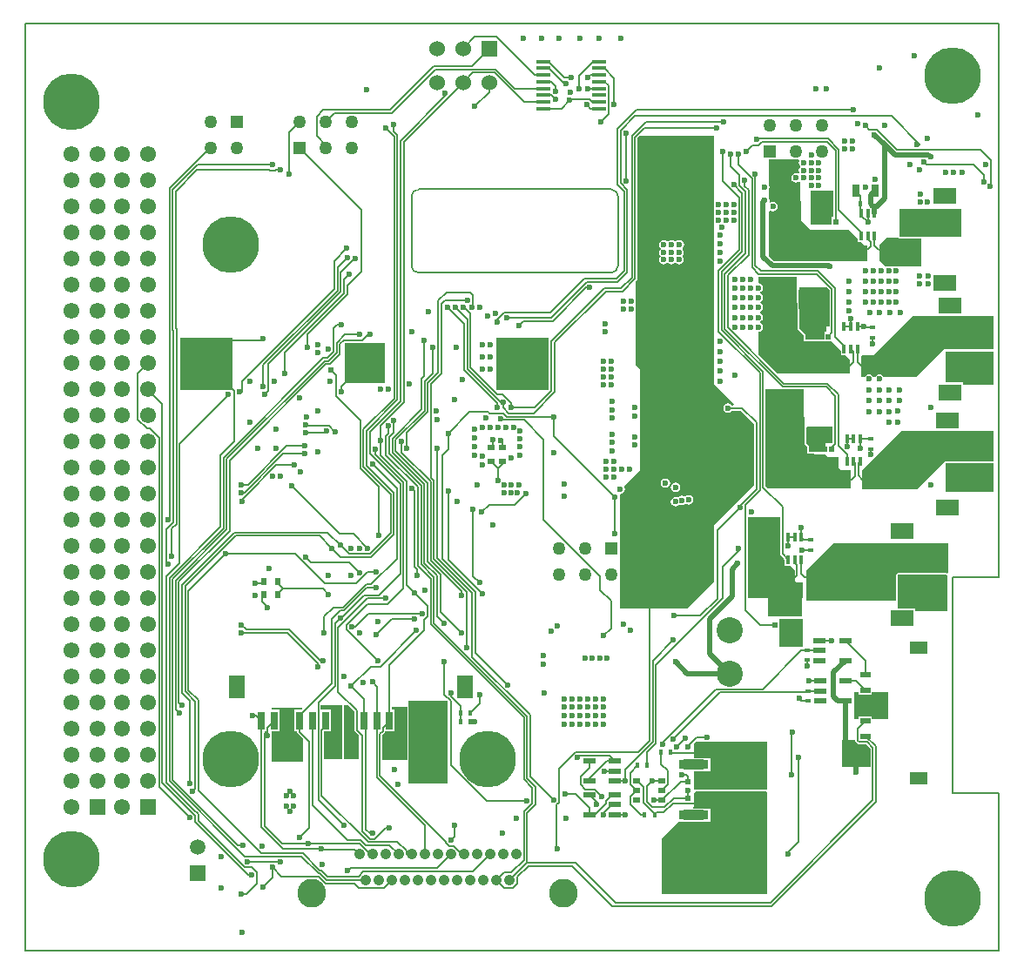
<source format=gbl>
G04*
G04 #@! TF.GenerationSoftware,Altium Limited,Altium Designer,18.1.9 (240)*
G04*
G04 Layer_Physical_Order=4*
G04 Layer_Color=16711680*
%FSLAX44Y44*%
%MOMM*%
G71*
G01*
G75*
%ADD11C,0.2000*%
%ADD14C,0.1524*%
%ADD16C,0.1520*%
%ADD18C,0.1500*%
%ADD19C,0.5000*%
%ADD22R,0.8000X1.3000*%
%ADD25R,0.4500X0.6000*%
%ADD26R,0.4000X0.6000*%
%ADD27R,0.6000X0.8000*%
%ADD32R,0.6000X0.4000*%
%ADD33R,0.7000X1.8000*%
%ADD34R,1.6000X2.2000*%
%ADD38C,0.6000*%
%ADD40R,0.8000X0.6000*%
%ADD41R,0.6000X0.4500*%
%ADD51R,0.7000X1.3000*%
%ADD67R,1.8000X0.7000*%
%ADD68R,2.2000X1.6000*%
%ADD69R,1.2200X0.6000*%
%ADD146C,1.0000*%
%ADD149C,1.0668*%
%ADD150C,2.7940*%
%ADD151C,1.2700*%
%ADD152R,1.2700X1.2700*%
%ADD153R,1.5240X1.5240*%
%ADD154C,1.5240*%
%ADD155C,2.5400*%
%ADD156R,1.5500X1.5500*%
%ADD157C,1.5500*%
%ADD158C,1.5000*%
%ADD159R,1.5000X1.5000*%
%ADD160C,5.5000*%
%ADD161R,1.8000X0.5600*%
%ADD162R,0.5000X0.5600*%
%ADD163R,5.0800X5.0800*%
%ADD164R,3.9600X3.9600*%
%ADD165R,0.3500X0.8500*%
%ADD166R,2.8000X1.0500*%
%ADD167R,5.0800X8.3300*%
%ADD168R,1.9100X10.8000*%
%ADD169R,1.0000X0.6000*%
%ADD170R,1.8000X1.2500*%
%ADD171R,1.2100X0.5900*%
%ADD172R,1.4000X0.3500*%
%ADD173R,0.5500X0.5500*%
%ADD174R,0.7500X0.9000*%
%ADD175R,1.2500X0.9000*%
%ADD176R,0.8000X0.5500*%
G36*
X752607Y768350D02*
X752307Y766842D01*
X752658Y765077D01*
X753611Y763652D01*
X753622Y762549D01*
X752658Y761106D01*
X752307Y759341D01*
X752658Y757576D01*
X753022Y757033D01*
X752909Y756581D01*
X751461Y756022D01*
X751341Y756102D01*
X749576Y756453D01*
X747811Y756102D01*
X746314Y755102D01*
X745315Y753605D01*
X744964Y751840D01*
X745315Y750075D01*
X746314Y748578D01*
X747811Y747579D01*
X749576Y747227D01*
X751341Y747579D01*
X752496Y748350D01*
X753617Y747921D01*
X753771Y747791D01*
X754142Y711095D01*
X764197Y701040D01*
X795185D01*
Y701040D01*
X801336D01*
X809630Y692746D01*
Y689346D01*
X813030D01*
X816576Y685800D01*
X819115Y685800D01*
Y670560D01*
X728310Y670560D01*
X723138Y675732D01*
Y719515D01*
X724408Y720194D01*
X725239Y719639D01*
X727004Y719287D01*
X728769Y719639D01*
X730266Y720638D01*
X731265Y722135D01*
X731617Y723900D01*
X731265Y725665D01*
X730266Y727162D01*
X728769Y728161D01*
X727004Y728513D01*
X725239Y728161D01*
X724733Y727823D01*
X723589Y728587D01*
X723828Y729788D01*
X723477Y731553D01*
X723138Y732061D01*
Y740551D01*
X723454Y741023D01*
X723805Y742788D01*
X723454Y744553D01*
X723138Y745026D01*
Y769620D01*
X751924D01*
X752607Y768350D01*
D02*
G37*
G36*
X785899Y713714D02*
X784401D01*
Y706120D01*
X763524D01*
X763524Y739140D01*
X785899D01*
Y713714D01*
D02*
G37*
G36*
X910047Y694620D02*
X849884Y694620D01*
Y721853D01*
X910047D01*
Y694620D01*
D02*
G37*
G36*
X849884Y692970D02*
X870946Y692970D01*
X870946Y665718D01*
X848951D01*
X848833Y665797D01*
X847068Y666148D01*
X845303Y665797D01*
X845185Y665718D01*
X841607D01*
X841489Y665797D01*
X839724Y666148D01*
X837959Y665797D01*
X837841Y665718D01*
X836166D01*
X830388Y671497D01*
Y686624D01*
X837184Y693420D01*
X848799D01*
X849884Y692970D01*
D02*
G37*
G36*
X782070Y642844D02*
Y607958D01*
X781172Y607060D01*
X778885Y607060D01*
Y601954D01*
X776902D01*
Y594694D01*
X763005Y594694D01*
X762373Y594956D01*
X759052D01*
Y598277D01*
X758568Y599443D01*
X752628Y605384D01*
Y606142D01*
X752461D01*
X752090Y642851D01*
X752628Y643394D01*
X752628D01*
Y645486D01*
X779428D01*
X782070Y642844D01*
D02*
G37*
G36*
X941560Y585210D02*
X893237Y585210D01*
X866712Y558685D01*
X834210Y558682D01*
X833649Y559522D01*
X832153Y560522D01*
X830388Y560873D01*
X828623Y560522D01*
X827126Y559522D01*
X826565Y558681D01*
X824463Y558681D01*
X823901Y559522D01*
X822405Y560522D01*
X820640Y560873D01*
X818874Y560522D01*
X817378Y559522D01*
X816816Y558680D01*
X813698Y558680D01*
X812800Y559578D01*
X812800Y578222D01*
X813698Y579120D01*
X824770Y579120D01*
X862870Y617220D01*
X941560Y617220D01*
Y585210D01*
D02*
G37*
G36*
X750824Y604855D02*
X757402Y598277D01*
Y593306D01*
X762373D01*
X762635Y593044D01*
X783836Y593044D01*
X787600Y589280D01*
X787686D01*
Y589194D01*
X793022Y583858D01*
Y579436D01*
X797444D01*
X801624Y575256D01*
Y561340D01*
X731492D01*
X712858Y579974D01*
Y602009D01*
X714623Y602360D01*
X716119Y603360D01*
X717119Y604857D01*
X717470Y606622D01*
X717119Y608387D01*
X716119Y609883D01*
X714884Y610709D01*
X714778Y611213D01*
Y611616D01*
X714884Y612120D01*
X716119Y612945D01*
X717119Y614442D01*
X717470Y616207D01*
X717119Y617972D01*
X716119Y619469D01*
X714844Y620321D01*
X714731Y620962D01*
Y621078D01*
X714844Y621719D01*
X716119Y622571D01*
X717119Y624068D01*
X717470Y625833D01*
X717119Y627598D01*
X716119Y629094D01*
X714844Y629946D01*
X714731Y630588D01*
Y630704D01*
X714844Y631345D01*
X716119Y632197D01*
X717119Y633693D01*
X717470Y635459D01*
X717119Y637224D01*
X716119Y638720D01*
X714945Y639505D01*
X714871Y639779D01*
Y640643D01*
X714945Y640916D01*
X716119Y641701D01*
X717119Y643197D01*
X717470Y644963D01*
X717119Y646728D01*
X716119Y648224D01*
X714623Y649224D01*
X712858Y649575D01*
Y655320D01*
X750314D01*
X750824Y604855D01*
D02*
G37*
G36*
X941560Y550509D02*
X911704Y550509D01*
Y552844D01*
X895131D01*
X895131Y583094D01*
X941560D01*
Y550509D01*
D02*
G37*
G36*
X669544Y551460D02*
X689078Y531926D01*
X688592Y530753D01*
X687122D01*
X686662Y531441D01*
X685166Y532441D01*
X683401Y532792D01*
X681636Y532441D01*
X680139Y531441D01*
X679139Y529944D01*
X678788Y528179D01*
X679139Y526414D01*
X680139Y524918D01*
X681636Y523918D01*
X683401Y523567D01*
X685166Y523918D01*
X686662Y524918D01*
X687122Y525606D01*
X695398D01*
X708497Y512508D01*
Y453252D01*
X669544Y414300D01*
Y358820D01*
X643464Y332740D01*
X578104D01*
Y443745D01*
X578680Y444217D01*
X580445Y444569D01*
X581941Y445569D01*
X582941Y447065D01*
X583293Y448830D01*
X582941Y450595D01*
X582205Y451697D01*
X597869Y467360D01*
X597855Y565500D01*
X593344Y570010D01*
Y622445D01*
X593541Y622741D01*
X593893Y624506D01*
X593541Y626271D01*
X593344Y626567D01*
Y630065D01*
X593541Y630361D01*
X593893Y632126D01*
X593541Y633891D01*
X593344Y634187D01*
Y650754D01*
X594766Y652176D01*
X595271Y652932D01*
X595449Y653824D01*
Y790582D01*
X597347Y792480D01*
X669544D01*
X669544Y551460D01*
D02*
G37*
G36*
X785069Y510333D02*
Y494232D01*
X777901D01*
X777901Y486521D01*
X777003Y485622D01*
X767080Y485622D01*
X766807Y485736D01*
X762302D01*
Y490241D01*
X761818Y491407D01*
X759564Y493661D01*
X759405Y509431D01*
X760298Y510333D01*
X785069Y510333D01*
D02*
G37*
G36*
X735657Y546511D02*
X735693Y546487D01*
X735841Y546457D01*
X736585Y546309D01*
X757383D01*
X757921Y492971D01*
X760652Y490241D01*
Y484086D01*
X766807D01*
X767976Y482916D01*
X777948D01*
X780805Y480060D01*
X790936D01*
Y469929D01*
X793188Y467677D01*
X802640Y467677D01*
Y449580D01*
X722116D01*
X719735Y451961D01*
Y546511D01*
X735657D01*
D02*
G37*
G36*
X941560Y505460D02*
Y476086D01*
X894552Y476086D01*
X868046Y449460D01*
X814782Y449460D01*
X813884Y450358D01*
X813884Y467199D01*
X852145Y505460D01*
X941560Y505460D01*
D02*
G37*
G36*
Y446448D02*
X895131Y446448D01*
X895131Y474330D01*
X895237Y474437D01*
X941560Y474437D01*
Y446448D01*
D02*
G37*
G36*
X897382Y396480D02*
X897382Y368200D01*
X897340Y368135D01*
X896265Y367383D01*
X896115Y367351D01*
X895973Y367410D01*
X848634Y367410D01*
X847468Y366926D01*
X846984Y365760D01*
X846984Y340360D01*
X759460Y340360D01*
X759460Y370312D01*
X785628Y396480D01*
X897382Y396480D01*
D02*
G37*
G36*
X734107Y421640D02*
Y396108D01*
X734063Y395890D01*
Y391511D01*
X734107Y391292D01*
Y386058D01*
X734284Y385166D01*
X734789Y384410D01*
X737620Y381580D01*
X737622Y381348D01*
X738490Y380480D01*
Y374958D01*
X744012D01*
X748384Y370586D01*
X748384Y360216D01*
X749726Y358874D01*
X756175D01*
X756175Y342900D01*
X755650D01*
Y325120D01*
X722630D01*
Y342900D01*
X702561D01*
Y421640D01*
X734107Y421640D01*
D02*
G37*
G36*
X895973Y365760D02*
X896855Y364490D01*
X896602Y363220D01*
Y330200D01*
X865222Y330200D01*
Y333234D01*
X848634D01*
X848634Y365760D01*
X895973Y365760D01*
D02*
G37*
G36*
X756121Y295874D02*
X733261D01*
X733261Y312446D01*
X733414D01*
Y321094D01*
X733261D01*
Y322664D01*
X756121D01*
X756121Y295874D01*
D02*
G37*
G36*
X839470Y225924D02*
X823396D01*
Y228284D01*
X810348D01*
Y225924D01*
X806450D01*
X806450Y252123D01*
X810348D01*
Y249236D01*
X823396D01*
Y252123D01*
X839470D01*
X839470Y225924D01*
D02*
G37*
G36*
X320319Y232981D02*
Y214981D01*
X320497Y214089D01*
X321002Y213333D01*
X324344Y209991D01*
Y186749D01*
X309944D01*
Y239109D01*
X314192D01*
X320319Y232981D01*
D02*
G37*
G36*
X308295Y186749D02*
X308133Y186507D01*
X290529Y186507D01*
Y213476D01*
X296888D01*
Y234524D01*
X287481D01*
Y238867D01*
X308295Y238867D01*
Y186749D01*
D02*
G37*
G36*
X371384Y185477D02*
X347243Y185477D01*
Y210350D01*
X349298Y212405D01*
X349803Y213161D01*
X349866Y213476D01*
X359388D01*
Y234524D01*
X356695D01*
Y237837D01*
X371384Y237837D01*
Y185477D01*
D02*
G37*
G36*
X269310Y235675D02*
X268437Y234524D01*
X261840D01*
Y213476D01*
X264533D01*
Y213196D01*
X264711Y212304D01*
X265216Y211548D01*
X270036Y206728D01*
Y183967D01*
X239556Y183967D01*
X239556Y207628D01*
X239587Y207675D01*
X239938Y209440D01*
X239587Y211205D01*
X239556Y211252D01*
Y213476D01*
X246888D01*
Y234524D01*
X239556D01*
Y236327D01*
X269050Y236327D01*
X269310Y235675D01*
D02*
G37*
G36*
X807255Y204813D02*
X807432Y203921D01*
X807937Y203165D01*
X809277Y201826D01*
X810033Y201321D01*
X810925Y201143D01*
X817425D01*
X821827Y196742D01*
Y179031D01*
X793872D01*
X793872Y205230D01*
X807255D01*
Y204813D01*
D02*
G37*
G36*
X410948Y242719D02*
Y162669D01*
X373033D01*
Y243369D01*
X410299D01*
X410948Y242719D01*
D02*
G37*
G36*
X721541Y203137D02*
X721541Y156600D01*
X663404Y156600D01*
X651337D01*
X650404Y157414D01*
Y170700D01*
Y174600D01*
X658251D01*
X659955Y174824D01*
X660756Y175156D01*
X666025D01*
Y187204D01*
X660756D01*
X659955Y187536D01*
X658251Y187760D01*
X650404D01*
Y201865D01*
X651881Y203342D01*
X721541Y203137D01*
D02*
G37*
G36*
X720271Y154950D02*
X721541Y153680D01*
X721541Y55400D01*
X618781Y55400D01*
X618781Y109257D01*
X635580Y126056D01*
X639247D01*
X640048Y125724D01*
X641751Y125500D01*
X658251D01*
X659955Y125724D01*
X660756Y126056D01*
X666025D01*
Y138104D01*
X660756D01*
X659955Y138436D01*
X658251Y138660D01*
X649844D01*
X649358Y139834D01*
X650404Y140880D01*
X650404Y153962D01*
X650821Y154404D01*
X651674Y154950D01*
X663404D01*
X720271Y154950D01*
D02*
G37*
%LPC*%
G36*
X636016Y691461D02*
X634251Y691109D01*
X632754Y690110D01*
X631912D01*
X630415Y691109D01*
X628650Y691461D01*
X626885Y691109D01*
X625686Y690309D01*
X624840Y690188D01*
X623994Y690309D01*
X622795Y691109D01*
X621030Y691461D01*
X619265Y691109D01*
X617768Y690110D01*
X616768Y688613D01*
X616417Y686848D01*
X616768Y685083D01*
X617768Y683586D01*
Y682744D01*
X616768Y681247D01*
X616417Y679482D01*
X616768Y677717D01*
X617768Y676220D01*
Y675632D01*
X616768Y674135D01*
X616417Y672370D01*
X616768Y670605D01*
X617768Y669108D01*
X619265Y668109D01*
X621030Y667757D01*
X622795Y668109D01*
X623994Y668910D01*
X624840Y669030D01*
X625686Y668910D01*
X626885Y668109D01*
X628650Y667757D01*
X630415Y668109D01*
X631912Y669108D01*
X632474D01*
X633971Y668109D01*
X635736Y667757D01*
X637501Y668109D01*
X638998Y669108D01*
X639997Y670605D01*
X640349Y672370D01*
X639997Y674135D01*
X639322Y675146D01*
X639024Y676474D01*
X640023Y677971D01*
X640375Y679736D01*
X640023Y681501D01*
X639536Y682231D01*
X639278Y683586D01*
X640277Y685083D01*
X640629Y686848D01*
X640277Y688613D01*
X639278Y690110D01*
X637781Y691109D01*
X636016Y691461D01*
D02*
G37*
G36*
X622588Y459613D02*
X620823Y459262D01*
X619326Y458262D01*
X618326Y456765D01*
X617975Y455000D01*
X618326Y453235D01*
X619326Y451738D01*
X620823Y450738D01*
X622588Y450387D01*
X624353Y450738D01*
X625850Y451738D01*
X626850Y453235D01*
X627201Y455000D01*
X626850Y456765D01*
X625850Y458262D01*
X624353Y459262D01*
X622588Y459613D01*
D02*
G37*
G36*
X632434Y455596D02*
X630669Y455244D01*
X629172Y454244D01*
X628172Y452748D01*
X627821Y450983D01*
X628172Y449218D01*
X629172Y447721D01*
X630669Y446721D01*
X632434Y446370D01*
X634199Y446721D01*
X635696Y447721D01*
X636696Y449218D01*
X637047Y450983D01*
X636696Y452748D01*
X635696Y454244D01*
X634199Y455244D01*
X632434Y455596D01*
D02*
G37*
G36*
X645160Y443271D02*
X643395Y442920D01*
X641898Y441920D01*
X641873Y441881D01*
X641564Y441666D01*
X640067Y442665D01*
X638302Y443017D01*
X636537Y442665D01*
X635040Y441666D01*
X634547Y440927D01*
X634225Y441142D01*
X632460Y441493D01*
X630695Y441142D01*
X629198Y440142D01*
X628199Y438645D01*
X627847Y436880D01*
X628199Y435115D01*
X629198Y433618D01*
X630695Y432618D01*
X632460Y432267D01*
X634225Y432618D01*
X635722Y433618D01*
X636215Y434357D01*
X636537Y434142D01*
X638302Y433791D01*
X640067Y434142D01*
X641564Y435142D01*
X641589Y435181D01*
X641898Y435396D01*
X643395Y434397D01*
X645160Y434045D01*
X646925Y434397D01*
X648422Y435396D01*
X649421Y436893D01*
X649773Y438658D01*
X649421Y440423D01*
X648422Y441920D01*
X646925Y442920D01*
X645160Y443271D01*
D02*
G37*
%LPD*%
D11*
X464969Y522796D02*
X468053Y519712D01*
X461396Y522796D02*
X464969D01*
X461396Y522796D02*
X461396Y522796D01*
X451719Y522796D02*
X461396D01*
X450336Y524178D02*
X451719Y522796D01*
X432128Y524178D02*
X450336D01*
X468053Y519712D02*
X513174D01*
X513649Y519237D01*
Y500827D02*
Y519237D01*
X411370Y503420D02*
X432128Y524178D01*
X411370Y487847D02*
Y503420D01*
X405846Y482323D02*
X411370Y487847D01*
X405846Y381563D02*
Y482323D01*
Y381563D02*
X437858Y349551D01*
Y290106D02*
Y349551D01*
Y290106D02*
X469392Y258572D01*
X672846Y342358D02*
Y409194D01*
X656494Y326006D02*
X672846Y342358D01*
X630468Y326006D02*
X656494D01*
X573024Y405892D02*
Y441452D01*
X513649Y500827D02*
X573024Y441452D01*
X432364Y223018D02*
X437382D01*
X672846Y409194D02*
X694944Y431292D01*
Y433074D01*
X711070Y449200D01*
Y514226D01*
X697117Y528179D02*
X711070Y514226D01*
X683401Y528179D02*
X697117D01*
X231140Y595748D02*
X232528D01*
X246720Y189520D02*
X250768Y193568D01*
X806712Y185781D02*
X808892D01*
X633399Y198799D02*
X641800Y207200D01*
X633399Y198500D02*
Y198799D01*
X644199Y198900D02*
Y199299D01*
X653000Y208100D01*
X663100D01*
X644001Y148630D02*
Y156398D01*
X638500Y171000D02*
X642800D01*
X644001Y169799D01*
Y164630D02*
Y169799D01*
D14*
X627658Y192834D02*
X671420D01*
X464258Y473837D02*
Y476059D01*
X459740Y469319D02*
X464258Y473837D01*
X453000Y476059D02*
X459740Y469319D01*
Y457353D02*
Y469319D01*
X598384Y132740D02*
X602060D01*
X601067Y144057D02*
X612222Y132902D01*
X613940Y134620D02*
X621087D01*
X612222Y132902D02*
X613940Y134620D01*
X584200Y749122D02*
Y795020D01*
X578914Y746933D02*
Y798296D01*
X575866Y745526D02*
Y799559D01*
Y745526D02*
X582342Y739050D01*
X575866Y799559D02*
X594187Y817880D01*
X578914Y746933D02*
X585390Y740457D01*
X578914Y798296D02*
X592627Y812009D01*
X545355Y645160D02*
X548443D01*
X546517Y650710D02*
X575964D01*
X511625Y615817D02*
X546517Y650710D01*
X468314Y615817D02*
X511625D01*
X564387Y641590D02*
X580884D01*
X514829Y592032D02*
X564387Y641590D01*
X514829Y543556D02*
Y592032D01*
X512964Y612769D02*
X545355Y645160D01*
X484232Y612769D02*
X512964D01*
X480060Y608598D02*
X484232Y612769D01*
X553422Y157000D02*
X560324Y150098D01*
X585390Y660136D02*
Y740457D01*
X842395Y812009D02*
X869984Y784420D01*
X582342Y661398D02*
Y739050D01*
X593118Y653824D02*
Y791547D01*
X602167Y800596D01*
X580884Y641590D02*
X593118Y653824D01*
X592627Y812009D02*
X634092D01*
X594187Y817880D02*
X636524D01*
X602167Y800596D02*
X672604D01*
X575964Y650710D02*
X585390Y660136D01*
X574701Y653758D02*
X582342Y661398D01*
X543268Y653758D02*
X574701D01*
X510613Y621103D02*
X543268Y653758D01*
X466124Y621103D02*
X510613D01*
X459220Y614199D02*
X466124Y621103D01*
X494308Y523034D02*
X514829Y543556D01*
X198900Y548640D02*
Y593598D01*
X228990D02*
X231140Y595748D01*
X198900Y593598D02*
X228990D01*
X358853Y537146D02*
Y792263D01*
X361901Y535884D02*
Y793525D01*
X364949Y534621D02*
Y787832D01*
X367997Y533358D02*
Y786570D01*
X328876Y507169D02*
X358853Y537146D01*
X328876Y470949D02*
Y507169D01*
X350520Y800596D02*
X358853Y792263D01*
X331924Y505906D02*
X361901Y535884D01*
X331924Y472211D02*
Y505906D01*
X358140Y797287D02*
X361901Y793525D01*
X335031Y504703D02*
X364949Y534621D01*
X335031Y484055D02*
Y504703D01*
X367997Y786570D02*
X425704Y844276D01*
X345646Y511007D02*
X367997Y533358D01*
X358346Y504181D02*
Y516162D01*
X353060Y503206D02*
Y510540D01*
X345646Y496885D02*
Y511007D01*
X307340Y543560D02*
Y548640D01*
X302054Y539599D02*
Y560243D01*
Y539599D02*
X325828Y515825D01*
X408572Y831455D02*
Y834620D01*
X364949Y787832D02*
X408572Y831455D01*
X358140Y797287D02*
Y804167D01*
X876300Y764540D02*
X922020D01*
X873760Y767080D02*
X876300Y764540D01*
X715306Y661638D02*
X770882D01*
X709854Y667090D02*
X715306Y661638D01*
X709854Y667090D02*
Y755726D01*
X712799Y658590D02*
X769620D01*
X706806Y664583D02*
X712799Y658590D01*
X706806Y664583D02*
Y751299D01*
X462280Y517272D02*
X463126Y516426D01*
X426796Y564999D02*
X459108Y532687D01*
Y528320D02*
Y532687D01*
X429844Y566261D02*
X462705Y533400D01*
X464820Y528465D02*
Y533400D01*
X454973Y491682D02*
Y497166D01*
X470251Y523034D02*
X494308D01*
X464820Y528465D02*
X470251Y523034D01*
X462705Y533400D02*
X464820D01*
X463126Y516426D02*
X484834D01*
X503936Y497324D01*
X454078Y490727D02*
X454953Y491602D01*
X812904Y715160D02*
X819404Y708660D01*
X812904Y715160D02*
Y717120D01*
X812440Y717584D02*
X812904Y717120D01*
X812440Y717584D02*
Y726440D01*
Y734337D01*
X807637Y739140D02*
X812440Y734337D01*
X503936Y419100D02*
Y497324D01*
X435548Y364552D02*
X441960Y358140D01*
X411370Y380686D02*
Y447040D01*
Y380686D02*
X444500Y347556D01*
X400812Y381950D02*
X434572Y348190D01*
X397256Y381196D02*
X429466Y348986D01*
X394208Y379933D02*
X424180Y349961D01*
X403558Y329730D02*
Y366273D01*
X391160Y378671D02*
X403558Y366273D01*
X400510Y325303D02*
Y365010D01*
X388112Y377408D02*
X400510Y365010D01*
X397462Y318716D02*
Y363748D01*
X385064Y376146D02*
X397462Y363748D01*
X394414Y317453D02*
Y362158D01*
X382016Y374556D02*
X394414Y362158D01*
X400812Y381950D02*
Y488893D01*
X397256Y381196D02*
Y457558D01*
X394797Y460017D02*
X397256Y457558D01*
X394208Y379933D02*
Y456296D01*
X365554Y484950D02*
X394208Y456296D01*
X391160Y378671D02*
Y455033D01*
X360076Y486117D02*
X391160Y455033D01*
X388112Y377408D02*
Y453770D01*
X357028Y484855D02*
X388112Y453770D01*
X385064Y376146D02*
Y452508D01*
X353980Y483592D02*
X385064Y452508D01*
X382016Y374556D02*
Y451245D01*
X350932Y482329D02*
X382016Y451245D01*
X426796Y564999D02*
Y609574D01*
X434572Y285917D02*
Y348190D01*
X429466Y294846D02*
Y348986D01*
X424180Y345440D02*
Y349961D01*
X435548Y364552D02*
Y429260D01*
X434572Y285917D02*
X490920Y229569D01*
X429260Y294640D02*
X429466Y294846D01*
X462554Y496487D02*
X464238Y494803D01*
X678184Y343049D02*
Y373892D01*
X613156Y278020D02*
X678184Y343049D01*
X613156Y202049D02*
Y278020D01*
X269823Y95065D02*
X286437Y78452D01*
X229183Y95065D02*
X269823D01*
X286437Y78452D02*
X288092D01*
X249212Y72356D02*
X285182D01*
X240284Y81284D02*
X249212Y72356D01*
X285182D02*
X291786Y65752D01*
X745284Y171744D02*
Y211884D01*
X746022Y212622D01*
X739876Y93980D02*
X741680D01*
X739876D02*
X751840Y105944D01*
Y187955D01*
X700230Y331010D02*
Y433713D01*
Y331010D02*
X714470Y316770D01*
X678184Y373892D02*
X693088Y388796D01*
Y391631D01*
X700230Y433713D02*
X714356Y447839D01*
X699768Y743595D02*
Y749300D01*
X694482Y744570D02*
Y754443D01*
Y744570D02*
X700286Y738766D01*
X699768Y743595D02*
X703334Y740029D01*
X685800Y763126D02*
X694482Y754443D01*
X688904Y745451D02*
X697238Y737117D01*
X678180Y748700D02*
X694190Y732690D01*
X693420Y764685D02*
X706806Y751299D01*
X693420Y764685D02*
Y774700D01*
X703334Y677179D02*
Y740029D01*
X683304Y657150D02*
X703334Y677179D01*
X700286Y678442D02*
Y738766D01*
X680256Y658412D02*
X700286Y678442D01*
X677208Y660444D02*
X697238Y680474D01*
Y737117D01*
X694190Y681971D02*
Y732690D01*
X678180Y748700D02*
Y777240D01*
X685800Y763126D02*
Y774700D01*
X683304Y606231D02*
Y657150D01*
X674160Y661941D02*
X694190Y681971D01*
X701040Y777240D02*
X707136Y783336D01*
X711464Y789350D02*
X712057Y789943D01*
X707136Y783336D02*
X712925D01*
X490920Y169287D02*
Y229569D01*
X397462Y318716D02*
X487872Y228306D01*
Y168025D02*
Y228306D01*
X394414Y317453D02*
X484824Y227043D01*
Y166762D02*
Y227043D01*
X714356Y447839D02*
Y562248D01*
X790754Y491499D02*
Y541060D01*
X780126Y551688D02*
X790754Y541060D01*
X737848Y551688D02*
X780126D01*
X350932Y501078D02*
X353060Y503206D01*
X350932Y482329D02*
Y501078D01*
X470854Y73372D02*
X471463D01*
X353980Y499815D02*
X358346Y504181D01*
X353980Y483592D02*
Y499815D01*
X204566Y404066D02*
X286084D01*
X262412Y386080D02*
X291234Y357258D01*
X194426Y386080D02*
X262412D01*
X336124Y276760D02*
X345183D01*
X317068Y257704D02*
X336124Y276760D01*
X229786Y120365D02*
Y224000D01*
X232834Y121627D02*
Y211737D01*
X235150Y214053D01*
X325434Y104346D02*
X335580Y94200D01*
X275892Y104346D02*
X325434D01*
X326141Y107950D02*
X331173Y102918D01*
X313368Y107950D02*
X326141D01*
X279194Y142125D02*
X313368Y107950D01*
X275590Y104648D02*
X275892Y104346D01*
X251091Y99060D02*
X288199D01*
X229786Y120365D02*
X251091Y99060D01*
X249813Y104648D02*
X275590D01*
X232834Y121627D02*
X249813Y104648D01*
X288199Y99060D02*
X288293Y98966D01*
X319855D01*
X327660Y593852D02*
X333248Y599440D01*
X335280D01*
X309719Y593852D02*
X327660D01*
X303338Y608900D02*
X307340D01*
X299926Y605488D02*
X303338Y608900D01*
X299926Y583020D02*
Y605488D01*
X283298Y792480D02*
Y811728D01*
Y792480D02*
X291934Y783844D01*
Y781173D02*
Y783844D01*
X425704Y844276D02*
Y844550D01*
X827975Y799159D02*
X848000Y779134D01*
X823587Y799159D02*
X827975D01*
X823512Y799084D02*
X823587Y799159D01*
X820720Y799084D02*
X823512D01*
X817164Y802640D02*
X820720Y799084D01*
X848000Y779134D02*
X929126D01*
X938530Y743806D02*
X939069Y744345D01*
Y769191D01*
X929126Y779134D02*
X939069Y769191D01*
X932180Y748538D02*
Y754380D01*
X931926Y748284D02*
X932180Y748538D01*
X209996Y445732D02*
X213152D01*
X407416Y249548D02*
X414020Y242944D01*
X407416Y249548D02*
Y281178D01*
X407162D02*
X407416D01*
X406908Y280924D02*
X407162Y281178D01*
X400510Y325303D02*
X407416Y318397D01*
X403558Y329730D02*
X424180Y309108D01*
X414020Y180556D02*
Y242944D01*
X344912Y170162D02*
X408734Y106340D01*
X341864Y168899D02*
X388304Y122459D01*
X344912Y170162D02*
Y211315D01*
X341864Y168899D02*
Y224000D01*
X414020Y180556D02*
X448579Y145997D01*
X408318Y632968D02*
X430276D01*
X476064Y433900D02*
X486664Y444500D01*
X451084Y433900D02*
X476064D01*
X443904Y426720D02*
X451084Y433900D01*
X216526Y74162D02*
X219964D01*
X165220Y125468D02*
X216526Y74162D01*
X225298Y65532D02*
Y76304D01*
X215166Y55400D02*
X225298Y65532D01*
X209804Y55400D02*
X215166D01*
X220318Y81284D02*
X225298Y76304D01*
X563227Y858483D02*
X572770Y848940D01*
Y823442D02*
Y848940D01*
X559816Y806704D02*
X567030Y813918D01*
X752348Y245618D02*
Y246126D01*
Y245618D02*
X754308Y243658D01*
X761238D01*
Y252658D02*
X761540Y252960D01*
X760226Y251646D02*
X761238Y252658D01*
X675826Y251646D02*
X760226D01*
X761540Y252960D02*
X772688D01*
X760730Y277114D02*
Y283303D01*
X717228Y254694D02*
X754837Y292303D01*
X671398Y254694D02*
X717228D01*
X754837Y292303D02*
X760730D01*
X760913Y292120D01*
X772368D01*
X559006Y350844D02*
Y364030D01*
X503936Y419100D02*
X559006Y364030D01*
X806712Y192451D02*
Y199121D01*
X824158Y146584D02*
Y197707D01*
X827206Y145322D02*
Y198969D01*
X818391Y203474D02*
X824158Y197707D01*
X725698Y43814D02*
X827206Y145322D01*
X817415Y208760D02*
X827206Y198969D01*
X724436Y46862D02*
X824158Y146584D01*
X816872Y208760D02*
X817415D01*
X810925Y203474D02*
X818391D01*
X664464Y118470D02*
X674624Y128630D01*
X664464Y67056D02*
Y118470D01*
X618451Y181900D02*
X625067Y175284D01*
X618451Y181900D02*
Y193040D01*
X625067Y161911D02*
Y175284D01*
X309880Y653288D02*
X314706Y658114D01*
X309880Y639917D02*
Y653288D01*
X326596Y660860D02*
Y721111D01*
X312928Y647192D02*
X326596Y660860D01*
X312928Y638654D02*
Y647192D01*
X429844Y566261D02*
Y614604D01*
X410514Y625856D02*
X426796Y609574D01*
X418592Y625856D02*
X429844Y614604D01*
X432542Y640588D02*
X434090Y639040D01*
X434086Y625856D02*
X435562Y627332D01*
Y637561D01*
X434086Y639036D02*
X435562Y637561D01*
X404972Y629622D02*
X408318Y632968D01*
X430276Y632714D02*
Y632968D01*
X459220Y611578D02*
Y614199D01*
X559006Y350844D02*
X569490Y340360D01*
X404972Y561794D02*
Y629622D01*
X401526Y562658D02*
Y632509D01*
X409605Y640588D01*
X387858Y558748D02*
Y593598D01*
X409605Y640588D02*
X432542D01*
X385428Y556318D02*
X387858Y558748D01*
X385428Y526953D02*
Y556318D01*
X391524Y552656D02*
X401526Y562658D01*
X391524Y524427D02*
Y552656D01*
X371046Y503950D02*
X391524Y524427D01*
X394797Y551618D02*
X404972Y561794D01*
X394797Y460017D02*
Y551618D01*
X388476Y525690D02*
Y553918D01*
X434086Y639036D02*
X434090Y639040D01*
X712925Y783336D02*
X716484Y786895D01*
X266534Y781173D02*
X326596Y721111D01*
X306832Y660130D02*
X320056Y673354D01*
X321310D01*
X303784Y642442D02*
Y664764D01*
X306832Y641179D02*
Y660130D01*
X303784Y664764D02*
X313644Y674624D01*
X300736Y671322D02*
X312674Y683260D01*
X300736Y643704D02*
Y671322D01*
X574278Y46862D02*
X724436D01*
X535322Y85818D02*
X574278Y46862D01*
X487872Y85818D02*
X535322D01*
X571116Y43814D02*
X725698D01*
X532160Y82770D02*
X571116Y43814D01*
X489134Y82770D02*
X532160D01*
X627452Y193040D02*
X627658Y192834D01*
X604369Y160005D02*
X609972Y165608D01*
X272951Y504190D02*
X291798D01*
X293068Y505460D01*
X295257Y510746D02*
X300790Y505214D01*
X301390D01*
X273946Y510746D02*
X295257D01*
X272978Y511714D02*
X273946Y510746D01*
X464258Y490807D02*
Y494883D01*
X274320Y600046D02*
X312928Y638654D01*
X274320Y586740D02*
Y600046D01*
X242971Y759460D02*
X248100D01*
X242766Y759254D02*
X242971Y759460D01*
X238386Y759254D02*
X242766D01*
X238181Y759460D02*
X238386Y759254D01*
X166870Y759460D02*
X238181D01*
X146324Y738913D02*
X166870Y759460D01*
X143276Y740176D02*
X167640Y764540D01*
X240576D01*
X511177Y832483D02*
X515620Y828040D01*
X529664Y827556D02*
X530354Y828246D01*
X521590Y819483D02*
X529664Y827556D01*
X140228Y741733D02*
X179713Y781218D01*
X289827Y818257D02*
X355160D01*
X300570Y815209D02*
X356423D01*
X355160Y818257D02*
X397455Y860552D01*
X356423Y815209D02*
X398718Y857504D01*
X434086Y860552D02*
X451104Y877570D01*
X397455Y860552D02*
X434086D01*
X283298Y811728D02*
X289827Y818257D01*
X291934Y806573D02*
X300570Y815209D01*
X398718Y857504D02*
X457590D01*
X476112Y838983D01*
X503744D01*
X484801Y825983D02*
X503744D01*
X567030Y813918D02*
Y841761D01*
X548917Y828246D02*
X551180Y825983D01*
X530354Y828246D02*
X548917D01*
X551180Y825983D02*
X557744D01*
X515620Y835660D02*
Y841309D01*
X538480Y838200D02*
Y851202D01*
X546890Y838470D02*
X557231D01*
X503744Y832483D02*
X511177D01*
X503744Y819483D02*
X521590D01*
X511446Y845483D02*
X515620Y841309D01*
X503744Y845483D02*
X511446D01*
X509227Y864983D02*
X524433Y849777D01*
X503744Y864983D02*
X509227D01*
Y858483D02*
X524430Y843280D01*
X503744Y858483D02*
X509227D01*
X524433Y849777D02*
X530860D01*
X524430Y843280D02*
X525780D01*
X552261Y864983D02*
X557744D01*
X538480Y851202D02*
X552261Y864983D01*
X425704Y844550D02*
X435610Y854456D01*
X456328D01*
X484801Y825983D01*
X495164Y851983D02*
X503744D01*
X425704Y877570D02*
X437134Y889000D01*
X458147D01*
X495164Y851983D01*
X307340Y548640D02*
X330200Y571500D01*
X297180Y565117D02*
X302054Y560243D01*
X325828Y469686D02*
Y515825D01*
X297180Y565117D02*
X299679Y567616D01*
X569490Y313702D02*
Y340360D01*
X412421Y101820D02*
X416860D01*
X408734Y105506D02*
X412421Y101820D01*
X408734Y105506D02*
Y106340D01*
X414020Y107696D02*
X417578Y111254D01*
X344912Y211315D02*
X347650Y214053D01*
Y217286D01*
X354364Y224000D01*
X285150Y146650D02*
X309880Y121920D01*
X285150Y146650D02*
Y241389D01*
X288198Y151077D02*
X333310Y105966D01*
X361914D01*
X288198Y151077D02*
Y214538D01*
X350376Y119380D02*
X354364D01*
X340009Y109014D02*
X350376Y119380D01*
X335630Y109014D02*
X340009D01*
X328106Y116538D02*
X335630Y109014D01*
X335580Y94200D02*
X337504D01*
X361914Y105966D02*
X370524Y97356D01*
X331173Y102918D02*
X354186D01*
X362904Y94200D01*
X331154Y118426D02*
X335280Y114300D01*
X337820D01*
X328106Y116538D02*
Y209525D01*
X322650Y214981D02*
X328106Y209525D01*
X322650Y214981D02*
Y233947D01*
X304442Y252155D02*
X322650Y233947D01*
X304442Y252155D02*
Y314308D01*
X331154Y118426D02*
Y222210D01*
X329364Y224000D02*
X331154Y222210D01*
X388304Y94200D02*
Y122459D01*
X301394Y257633D02*
Y318736D01*
X285150Y241389D02*
X301394Y257633D01*
X304442Y314308D02*
X333033Y342900D01*
X301394Y318736D02*
X306368Y323710D01*
X298346Y260158D02*
Y323163D01*
X306206Y331024D02*
X310354D01*
X298346Y323163D02*
X306206Y331024D01*
X266864Y228676D02*
X298346Y260158D01*
X332391Y353060D02*
X341068D01*
X310354Y331024D02*
X332391Y353060D01*
X307351Y323710D02*
X329589Y345948D01*
X343688D01*
X306368Y323710D02*
X307351D01*
X309092Y334072D02*
X331636Y356616D01*
X299720Y334072D02*
X309092D01*
X290768Y325120D02*
X299720Y334072D01*
X290768Y309234D02*
Y325120D01*
X331636Y356616D02*
X336536D01*
X364578Y366838D02*
Y454509D01*
X343688Y345948D02*
X364578Y366838D01*
X333033Y342900D02*
X350204D01*
X332678Y337614D02*
X352393D01*
X312214Y317150D02*
X332678Y337614D01*
X312214Y312771D02*
Y317150D01*
X336536Y356616D02*
X361530Y381610D01*
X367626Y352846D02*
Y455771D01*
X370674Y355766D02*
Y457034D01*
X332872Y368624D02*
X341068D01*
X321506Y357258D02*
X332872Y368624D01*
X361530Y381610D02*
Y450081D01*
X266864Y224000D02*
Y228676D01*
X337504Y261620D02*
X341864Y257260D01*
Y224000D02*
Y257260D01*
X387906Y311772D02*
Y322010D01*
X354364Y278230D02*
X387906Y311772D01*
X354364Y224000D02*
Y278230D01*
X155504Y252436D02*
X165306Y242634D01*
Y157686D02*
Y242634D01*
X162560Y154940D02*
X165306Y157686D01*
X158552Y253699D02*
X168354Y243897D01*
Y155894D02*
Y243897D01*
Y155894D02*
X229183Y95065D01*
X152456Y251173D02*
X160020Y243609D01*
Y162560D02*
Y243609D01*
X152400Y238760D02*
Y238903D01*
X146360Y234640D02*
Y360443D01*
X143312Y166712D02*
Y361706D01*
X140264Y165326D02*
Y362968D01*
X137160Y163983D02*
Y364174D01*
X133398Y163435D02*
Y531660D01*
X130350Y159144D02*
Y498847D01*
X121197Y508000D02*
X130350Y498847D01*
X119604Y545453D02*
X133398Y531660D01*
X146360Y234640D02*
X149860Y231140D01*
X149408Y241895D02*
X152400Y238903D01*
X149408Y241895D02*
Y359180D01*
X206814Y103210D02*
X211564D01*
X143312Y166712D02*
X206814Y103210D01*
X140264Y165326D02*
X213573Y92017D01*
X137160Y163983D02*
X163249Y137894D01*
X133398Y163435D02*
X161987Y134846D01*
X162124D01*
X163249Y137894D02*
X163386D01*
X224412Y228952D02*
X229364Y224000D01*
X220980Y228952D02*
X224412D01*
X235150Y217286D02*
X235326Y217462D01*
X241864Y224000D01*
X235326Y209440D02*
Y217462D01*
X130350Y159144D02*
X159934Y129560D01*
X137160Y364174D02*
X150066Y377080D01*
X163386Y137894D02*
X168268Y133012D01*
X140264Y362968D02*
X189910Y412614D01*
X143312Y361706D02*
X192958Y411352D01*
X162124Y134846D02*
X165220Y131749D01*
X235150Y214053D02*
Y217286D01*
X229364Y224000D02*
X229786D01*
X279194Y142125D02*
Y223830D01*
X317068Y257704D02*
X329364Y245408D01*
Y224000D02*
Y245408D01*
X370524Y94200D02*
Y97356D01*
X289560Y221696D02*
X291864Y224000D01*
X289560Y215900D02*
Y221696D01*
X288198Y214538D02*
X289560Y215900D01*
X276146Y119862D02*
Y203914D01*
X266864Y110580D02*
X276146Y119862D01*
X266864Y213196D02*
Y224000D01*
Y213196D02*
X276146Y203914D01*
X284370Y276245D02*
Y279583D01*
X254581Y309372D02*
X284370Y279583D01*
X209996Y309372D02*
X254581D01*
X287468Y281940D02*
X289560D01*
X256988Y312420D02*
X287468Y281940D01*
X214716Y312420D02*
X256988D01*
X279194Y223830D02*
X279364Y224000D01*
X414020Y247288D02*
Y250924D01*
Y247288D02*
X423364Y237944D01*
Y231140D02*
Y237944D01*
X493035Y143807D02*
Y158551D01*
X484824Y166762D02*
X493035Y158551D01*
X496083Y142545D02*
Y159813D01*
X487872Y168025D02*
X496083Y159813D01*
X484824Y135596D02*
X493035Y143807D01*
X484824Y88584D02*
Y135596D01*
X487872Y134334D02*
X496083Y142545D01*
X487872Y85818D02*
Y134334D01*
X448579Y145997D02*
X487749D01*
X472660Y76420D02*
X484824Y88584D01*
X465774Y76420D02*
X472660D01*
X417578Y111254D02*
Y122112D01*
X423364Y228239D02*
Y231140D01*
Y223018D02*
Y228239D01*
X423429Y228304D01*
X490920Y169287D02*
X513649Y146558D01*
X357028Y498553D02*
X385428Y526953D01*
X360076Y497290D02*
X388476Y525690D01*
Y553918D02*
X396240Y561683D01*
X357028Y484855D02*
Y498553D01*
X371046Y489099D02*
Y503950D01*
X370840Y488893D02*
X371046Y489099D01*
X340360Y483037D02*
Y487680D01*
Y483037D02*
X367626Y455771D01*
X365554Y495194D02*
X365760Y495400D01*
X360076Y486117D02*
Y497290D01*
X345646Y482061D02*
X370674Y457034D01*
X345646Y482061D02*
Y496885D01*
X335031Y484055D02*
X364578Y454509D01*
X365554Y484950D02*
Y495194D01*
X337820Y473791D02*
X361530Y450081D01*
X331924Y472211D02*
X358482Y445653D01*
Y405128D02*
Y445653D01*
X328876Y470949D02*
X355434Y444391D01*
Y406390D02*
Y444391D01*
X325828Y469686D02*
X343854Y451660D01*
Y403860D02*
Y451660D01*
X370674Y355766D02*
X378460Y347980D01*
X375960Y449827D02*
X378539Y447247D01*
Y373722D02*
Y447247D01*
X352393Y337614D02*
X367626Y352846D01*
X336520Y383166D02*
X358482Y405128D01*
X335257Y386214D02*
X355434Y406390D01*
X396240Y561683D02*
Y586740D01*
X293666Y576760D02*
X299926Y583020D01*
X302974Y591417D02*
X310997Y599440D01*
X302974Y581758D02*
Y591417D01*
X294928Y573712D02*
X302974Y581758D01*
X306022Y590155D02*
X309719Y593852D01*
X306022Y580495D02*
Y590155D01*
X296191Y570664D02*
X306022Y580495D01*
X292551Y570664D02*
X296191D01*
X291289Y573712D02*
X294928D01*
X290026Y576760D02*
X293666D01*
X310997Y599440D02*
X324804D01*
X192958Y479692D02*
X290026Y576760D01*
X196006Y478430D02*
X291289Y573712D01*
X199054Y477167D02*
X292551Y570664D01*
X236426Y570773D02*
X306832Y641179D01*
X236426Y544985D02*
Y570773D01*
X198900Y548640D02*
X202994Y544546D01*
Y495381D02*
Y544546D01*
X251966Y582003D02*
X309880Y639917D01*
X231140Y569798D02*
X303784Y642442D01*
X210820Y553788D02*
X300736Y643704D01*
X563308Y845483D02*
X567030Y841761D01*
X557744Y845483D02*
X563308D01*
X557744Y858483D02*
X563227D01*
X557231Y838470D02*
X557744Y838983D01*
X716484Y786895D02*
X779679D01*
X788230Y778344D01*
X922020Y764540D02*
X932180Y754380D01*
X784176Y488410D02*
Y489703D01*
X809586Y216474D02*
X816872Y223760D01*
X809586Y204813D02*
Y216474D01*
Y204813D02*
X810925Y203474D01*
X772368Y301620D02*
X784078D01*
X806712Y185781D02*
Y192451D01*
X799482Y199121D02*
X806712D01*
X808892Y185781D02*
X816872Y193760D01*
X378539Y373722D02*
X381000Y371261D01*
Y365104D02*
Y371261D01*
X385874Y327866D02*
X386080Y327660D01*
X380014Y311590D02*
X380248D01*
X387906Y322010D02*
X391366Y325471D01*
X380294Y347050D02*
X391366Y335978D01*
Y325471D02*
Y335978D01*
X634092Y812009D02*
X842395Y812009D01*
X146324Y605603D02*
Y738913D01*
X143276Y604341D02*
Y740176D01*
X140228Y603078D02*
Y741733D01*
Y603078D02*
X140922Y602384D01*
Y421338D02*
Y602384D01*
X143276Y604341D02*
X143970Y603647D01*
Y416911D02*
Y603647D01*
X146324Y605603D02*
X147018Y604909D01*
Y415648D02*
Y604909D01*
X138684Y419100D02*
X140922Y421338D01*
X458154Y68800D02*
X465959Y60995D01*
X473826D01*
X478474Y65644D01*
Y72109D01*
X489134Y82770D01*
X458154Y68800D02*
X465774Y76420D01*
X470854Y68800D02*
X487872Y85818D01*
X790754Y491499D02*
X799084Y483169D01*
Y476331D02*
Y483169D01*
X518935Y144368D02*
Y177183D01*
X333869Y327866D02*
X385874D01*
X168268Y126730D02*
Y133012D01*
Y126730D02*
X213715Y81284D01*
X524929Y152400D02*
X535511D01*
X548504Y139407D01*
Y132740D02*
Y139407D01*
X619760Y203055D02*
X671398Y254694D01*
X619760Y200660D02*
Y203055D01*
X629920Y205740D02*
X675826Y251646D01*
X671420Y192834D02*
X674864Y189390D01*
X562364Y306576D02*
X569490Y313702D01*
X604369Y193262D02*
X613156Y202049D01*
X604369Y180340D02*
Y193262D01*
X607060Y372729D02*
X622952Y388620D01*
X607060Y204574D02*
Y372729D01*
X595732Y193246D02*
X607060Y204574D01*
X736438Y395933D02*
Y431963D01*
X736394Y395890D02*
X736438Y395933D01*
X736394Y391511D02*
Y395890D01*
Y391511D02*
X736438Y391467D01*
Y386058D02*
Y391467D01*
Y386058D02*
X741764Y380732D01*
X717404Y450996D02*
X736438Y431963D01*
X717404Y450996D02*
Y563511D01*
X714470Y316770D02*
X729390D01*
X741764Y380732D02*
Y384117D01*
X757352Y400144D02*
X763539D01*
X754764Y402732D02*
X757352Y400144D01*
X758156Y363220D02*
X762864D01*
X754764Y366612D02*
X758156Y363220D01*
X754764Y366612D02*
Y380732D01*
X748264Y377100D02*
X750325Y375039D01*
Y365161D02*
Y375039D01*
X748384Y363220D02*
X750325Y365161D01*
X741680Y393700D02*
Y402648D01*
X741764Y402732D01*
X754764D02*
Y411480D01*
X805260Y572596D02*
Y582746D01*
X801624Y568960D02*
X805260Y572596D01*
X802796Y585210D02*
X805260Y582746D01*
X798736Y568960D02*
X801624D01*
X812800D02*
X817736D01*
X809296Y572464D02*
X812800Y568960D01*
X809296Y572464D02*
Y585210D01*
X787449Y597579D02*
Y645072D01*
Y597579D02*
X796296Y588732D01*
Y585210D02*
Y588732D01*
X770882Y661638D02*
X787449Y645072D01*
X784401Y601105D02*
Y643810D01*
X769620Y658590D02*
X784401Y643810D01*
X780926Y597630D02*
X784401Y601105D01*
X778864Y548640D02*
X787400Y540104D01*
Y492927D02*
Y540104D01*
X784176Y489703D02*
X787400Y492927D01*
X356808Y322580D02*
X378460D01*
X345183Y276760D02*
X380014Y311590D01*
X341568Y307340D02*
X356808Y322580D01*
X320963Y314960D02*
X333869Y327866D01*
X636524Y817880D02*
X805180Y817880D01*
X712057Y789943D02*
X780981D01*
X546890Y849777D02*
X546958D01*
X213152Y445732D02*
X251086Y483666D01*
X272246D01*
X254300Y491190D02*
X271964D01*
X216509Y453400D02*
X254300Y491190D01*
X209804Y453400D02*
X216509D01*
X155504Y355004D02*
X204566Y404066D01*
X294154Y407114D02*
X306368Y394900D01*
X203304Y407114D02*
X294154D01*
X152456Y356266D02*
X203304Y407114D01*
X286084Y404066D02*
X298519Y391631D01*
X158552Y350206D02*
X194426Y386080D01*
X158552Y253699D02*
Y350206D01*
X291234Y357258D02*
X321506D01*
X317500Y314960D02*
X320963D01*
X210820Y543708D02*
Y553788D01*
X208280Y543560D02*
X210672D01*
X210820Y543708D01*
X197485Y540385D02*
Y541020D01*
X150066Y492966D02*
X197485Y540385D01*
X150066Y377080D02*
Y492966D01*
X189910Y482297D02*
X202994Y495381D01*
X189910Y412614D02*
Y482297D01*
X232521Y541080D02*
X236426Y544985D01*
X231140Y548699D02*
Y569798D01*
X251966Y561340D02*
Y582003D01*
X192958Y411352D02*
Y479692D01*
X196006Y410089D02*
Y478430D01*
X146360Y360443D02*
X196006Y410089D01*
X199054Y408827D02*
Y477167D01*
X518935Y177183D02*
X534998Y193246D01*
X516938Y142372D02*
X518935Y144368D01*
X516938Y99266D02*
Y142372D01*
X142240Y410870D02*
X147018Y415648D01*
X136954Y409894D02*
X143970Y416911D01*
X136954Y377638D02*
Y409894D01*
Y377638D02*
X138684Y375908D01*
X142240Y383540D02*
Y410870D01*
X149408Y359180D02*
X199054Y408827D01*
X209996Y317140D02*
X214716Y312420D01*
X306984Y383166D02*
X336520D01*
X315009Y386214D02*
X335257D01*
X788230Y709585D02*
Y778344D01*
X791278Y720677D02*
Y779646D01*
X780981Y789943D02*
X791278Y779646D01*
X816872Y268760D02*
Y282216D01*
X797468Y301620D02*
X816872Y282216D01*
X342939Y282046D02*
X342994D01*
X312214Y312771D02*
X342939Y282046D01*
X298519Y391631D02*
X306984Y383166D01*
X306368Y394855D02*
X315009Y386214D01*
X306368Y394855D02*
Y394900D01*
X155504Y252436D02*
Y355004D01*
X152456Y251173D02*
Y356266D01*
X235568Y333800D02*
Y334400D01*
X230268Y339700D02*
X235568Y334400D01*
X230268Y339700D02*
Y348344D01*
X534998Y193246D02*
X595732D01*
X537188Y187960D02*
X539194Y189966D01*
X118211Y508000D02*
X121197D01*
X320400Y98604D02*
X324804Y94200D01*
X320217Y98604D02*
X320400D01*
X319855Y98966D02*
X320217Y98604D01*
X416860Y101820D02*
X424480Y94200D01*
X426404D01*
X370524D02*
X375604D01*
X288092Y78452D02*
X294011Y72533D01*
X268561Y92017D02*
X285174Y75404D01*
X213573Y92017D02*
X268561D01*
X286445Y75404D02*
X293049Y68800D01*
X285174Y75404D02*
X286445D01*
X294011Y72533D02*
X324017D01*
X328914Y77430D01*
X540118Y161733D02*
X544851Y157000D01*
X540118Y161733D02*
Y169627D01*
X539194Y189966D02*
X568118D01*
X573404Y184680D01*
X516938Y99266D02*
X517144Y99060D01*
X470854Y68800D02*
Y73372D01*
X435034Y77430D02*
X451804Y94200D01*
X328914Y77430D02*
X435034D01*
X109568Y561564D02*
X119604Y571600D01*
X109568Y516643D02*
Y561564D01*
Y516643D02*
X118211Y508000D01*
X119604Y545453D02*
Y546200D01*
X247694Y86570D02*
X247904Y86360D01*
X215904Y86570D02*
X247694D01*
X240284Y71530D02*
Y81284D01*
X231004Y62250D02*
X240284Y71530D01*
X165220Y125468D02*
Y131749D01*
X213715Y81284D02*
X220318D01*
X289244Y352552D02*
X294832Y346964D01*
X761928Y262420D02*
X772648D01*
X772688Y262460D01*
X799907Y652560D02*
X801288Y651179D01*
X555244Y142240D02*
Y145000D01*
X560324Y149860D02*
Y150098D01*
X683304Y606231D02*
X737848Y551688D01*
X680256Y604969D02*
X736585Y548640D01*
X677208Y603707D02*
X717404Y563511D01*
X674160Y602444D02*
X714356Y562248D01*
X680256Y604969D02*
Y658412D01*
X677208Y603707D02*
Y660444D01*
X674160Y602444D02*
Y661941D01*
X313644Y77870D02*
X316824Y81050D01*
X293049Y68800D02*
X331154D01*
X291786Y65752D02*
X320012D01*
X316824Y81050D02*
X400554D01*
X413704Y94200D01*
X348934Y61180D02*
X356554Y68800D01*
X324584Y61180D02*
X348934D01*
X411780Y94200D02*
X413704D01*
X320012Y65752D02*
X324584Y61180D01*
X619264Y146608D02*
X637286Y164630D01*
X630786Y148630D02*
X644001D01*
X621956Y139800D02*
X630786Y148630D01*
X629596Y143130D02*
X674624D01*
X621087Y134620D02*
X629596Y143130D01*
X609972Y165608D02*
X618781D01*
X611124Y146608D02*
X618781D01*
X604369Y145175D02*
X609744Y139800D01*
X604369Y145175D02*
Y160005D01*
X601067Y144057D02*
Y159805D01*
X637286Y164630D02*
X644001D01*
X609744Y139800D02*
X621956D01*
X565018Y143729D02*
Y146187D01*
X554030Y132740D02*
X565018Y143729D01*
X548504Y132740D02*
X554030D01*
X565018Y146187D02*
X570571Y151740D01*
X544851Y157000D02*
X553422D01*
X540118Y169627D02*
X548504Y178013D01*
Y184680D01*
X565468D02*
X573404D01*
X548504Y167716D02*
X565468Y184680D01*
X548504Y165680D02*
Y167716D01*
Y151740D02*
X555244Y145000D01*
X570571Y151740D02*
X573404D01*
X570571Y142240D02*
X573404D01*
X562100Y133768D02*
X570571Y142240D01*
X562100Y132740D02*
Y133768D01*
X588495Y173466D02*
X595369Y180340D01*
X588495Y161911D02*
Y173466D01*
Y161911D02*
X594298Y156108D01*
X594781D01*
X588264Y150074D02*
X594298Y156108D01*
X588264Y142860D02*
Y150074D01*
Y142860D02*
X598384Y132740D01*
X573404D02*
X583215D01*
X583545Y132410D01*
X595264Y165608D02*
X601067Y159805D01*
X563444Y175180D02*
X573404D01*
X575864Y172720D01*
X594781Y165608D02*
X595264D01*
X592529D02*
X594781D01*
X619264Y156108D02*
X625067Y161911D01*
X618781Y156108D02*
X619264D01*
X618781Y146608D02*
X619264D01*
X250636Y352552D02*
X289244D01*
X246428Y348344D02*
X250636Y352552D01*
X245224Y357964D02*
X250636Y352552D01*
X791278Y720677D02*
X812904Y699051D01*
X813884Y458678D02*
X818384D01*
X810324Y462238D02*
X813884Y458678D01*
X810324Y462238D02*
Y474571D01*
X807276Y461974D02*
Y474639D01*
X803980Y458678D02*
X807276Y461974D01*
X799384Y458678D02*
X803980D01*
X821868Y685064D02*
Y689936D01*
X819404Y692400D02*
X821868Y689936D01*
X819404Y692400D02*
Y695120D01*
X825904Y686260D02*
X833984Y678180D01*
X825904Y686260D02*
Y695120D01*
X814984Y678180D02*
X821868Y685064D01*
X805584Y476331D02*
X807276Y474639D01*
X810324Y474571D02*
X812084Y476331D01*
X743864Y363220D02*
X748384D01*
X748264Y377100D02*
Y380732D01*
X736585Y548640D02*
X778864D01*
X223268Y357700D02*
X223532Y357964D01*
X230428D01*
X788230Y709585D02*
X788425Y709390D01*
X741764Y402732D02*
X748264D01*
X755616Y390144D02*
X763539D01*
X812084Y489142D02*
Y498331D01*
X812164Y498251D01*
X821999D01*
Y482877D02*
Y488251D01*
X823663Y590290D02*
Y596622D01*
X812904Y695120D02*
Y699051D01*
X819404Y708660D02*
Y717120D01*
X546958Y849777D02*
X549164Y851983D01*
X557744D01*
X768925Y726440D02*
Y734060D01*
Y709390D02*
Y726440D01*
X775425D02*
Y734300D01*
X781925Y726440D02*
Y734060D01*
Y709390D02*
Y726440D01*
X775425Y709390D02*
Y726440D01*
D16*
X294640Y585210D02*
X296024D01*
X610110Y282450D02*
X629920Y302260D01*
X610110Y203317D02*
Y282450D01*
X583184Y176391D02*
X610110Y203317D01*
X583184Y165680D02*
Y176391D01*
X451104Y835406D02*
Y844550D01*
X437134Y821436D02*
X451104Y835406D01*
X400083Y524941D02*
X400659D01*
X256540Y755300D02*
Y796579D01*
X266534Y806573D01*
X546100Y822960D02*
X549577Y819483D01*
X557744D01*
X441898Y240674D02*
Y248920D01*
X432364Y231140D02*
X441898Y240674D01*
X802796Y607210D02*
Y614680D01*
X815340Y607060D02*
X815778Y606622D01*
X823663D01*
X809445Y607060D02*
X815340D01*
X809296Y607210D02*
X809445Y607060D01*
X796296Y607210D02*
X802796D01*
X799084Y490644D02*
Y498331D01*
X805584D01*
X808172Y262460D02*
X816872Y253760D01*
X797788Y262460D02*
X808172D01*
X576580Y733724D02*
G03*
X569484Y740820I-7096J0D01*
G01*
X382680Y740820D02*
G03*
X375604Y733744I-0J-7076D01*
G01*
X375604Y666558D02*
G03*
X382642Y659520I7038J0D01*
G01*
X569299Y659520D02*
G03*
X576580Y666801I0J7281D01*
G01*
X382680Y740820D02*
X569484Y740820D01*
X375604Y733744D02*
X375604Y666558D01*
X382642Y659520D02*
X569299Y659520D01*
X576580Y666801D02*
X576580Y733724D01*
X946658Y363220D02*
Y901700D01*
X0D02*
X946658D01*
X0Y0D02*
Y901700D01*
Y0D02*
X946658D01*
Y153670D01*
X901700D02*
X946658D01*
X901700D02*
Y363220D01*
X946658D01*
D18*
X511793Y593289D02*
X563130Y644626D01*
X511793Y544813D02*
Y593289D01*
X590082Y655106D02*
Y792896D01*
X603419Y806233D01*
X679378D01*
X579602Y644626D02*
X590082Y655106D01*
X563130Y644626D02*
X579602D01*
X563130Y644626D02*
X563130Y644626D01*
X458745Y541654D02*
X464025D01*
X472440Y533239D01*
Y528320D02*
X495300D01*
X472440D02*
Y533239D01*
X432880Y567519D02*
X458745Y541654D01*
X305710Y405490D02*
X319078D01*
X259080Y452120D02*
X305710Y405490D01*
X212181Y440458D02*
X215270Y443548D01*
X212172Y440458D02*
X212181D01*
X215270Y443548D02*
Y443557D01*
X210820Y439107D02*
X212172Y440458D01*
X426284Y625856D02*
X426627D01*
X432731Y619752D01*
X432880D01*
Y567519D02*
Y619752D01*
X495300Y528320D02*
X511793Y544813D01*
X210820Y436880D02*
Y439107D01*
X215270Y443557D02*
X244153Y472440D01*
X261620D01*
X319078Y405490D02*
X333068Y391500D01*
X314911Y377925D02*
X324804Y368032D01*
X278043Y377925D02*
X314911D01*
X272568Y383400D02*
X278043Y377925D01*
X573404Y165680D02*
X583184D01*
D19*
X825904Y722526D02*
X828040Y724662D01*
X717550Y711200D02*
Y728122D01*
Y675518D02*
Y711200D01*
X726644Y666424D02*
X781515D01*
X782320Y665619D01*
X717550Y675518D02*
X726644Y666424D01*
X717550Y728122D02*
X719216Y729788D01*
X825904Y717120D02*
Y722526D01*
X835660Y732282D02*
Y783990D01*
X828040Y724662D02*
X835660Y732282D01*
X878476Y774104D02*
X880364Y772216D01*
X845546Y774104D02*
X878476D01*
X835660Y783990D02*
X845546Y774104D01*
X825777Y793873D02*
X835660Y783990D01*
X822440Y734942D02*
X826637Y739140D01*
X822440Y726440D02*
Y734942D01*
Y726440D02*
X824218Y724662D01*
X828040D01*
X687504Y344604D02*
Y346860D01*
X665480Y322580D02*
X687504Y344604D01*
X665480Y289050D02*
Y322580D01*
X687504Y371218D02*
X693044Y376757D01*
X687504Y346860D02*
Y371218D01*
X799482Y185781D02*
Y192451D01*
Y199121D01*
X806712Y185781D02*
X807434Y185058D01*
Y173947D02*
Y185058D01*
X797788Y200814D02*
Y243460D01*
Y200814D02*
X799482Y199121D01*
X643902Y269680D02*
X684850D01*
X632178Y281404D02*
X643902Y269680D01*
X665480Y289050D02*
X684850Y269680D01*
X790320Y243460D02*
X797788D01*
X786088Y247692D02*
X790320Y243460D01*
X786088Y247692D02*
Y271240D01*
X797468Y282620D01*
D22*
X807637Y739140D02*
D03*
X826637D02*
D03*
D25*
X612060Y132740D02*
D03*
X602060D02*
D03*
X822440Y726440D02*
D03*
X812440D02*
D03*
D26*
X432364Y231140D02*
D03*
X423364D02*
D03*
Y223018D02*
D03*
X432364D02*
D03*
X618451Y193040D02*
D03*
X627452D02*
D03*
X604369Y180340D02*
D03*
X595369D02*
D03*
D27*
X231760Y346964D02*
D03*
X245760D02*
D03*
X231760Y359710D02*
D03*
X245760D02*
D03*
D32*
X761238Y243658D02*
D03*
Y252658D02*
D03*
X760730Y283303D02*
D03*
Y292303D02*
D03*
D33*
X404364Y224000D02*
D03*
X391864D02*
D03*
X366864D02*
D03*
X379364D02*
D03*
X329364D02*
D03*
X316864D02*
D03*
X341864D02*
D03*
X354364D02*
D03*
X291864D02*
D03*
X304364D02*
D03*
X241864D02*
D03*
X229364D02*
D03*
X279364D02*
D03*
X254364D02*
D03*
X266864D02*
D03*
D34*
X427864Y257000D02*
D03*
X205864D02*
D03*
D38*
X641800Y207200D02*
D03*
X663100Y208100D02*
D03*
X444500Y481526D02*
D03*
X437268Y482179D02*
D03*
X584200Y795020D02*
D03*
X548443Y645160D02*
D03*
X584200Y749122D02*
D03*
X480060Y608598D02*
D03*
X254000Y140724D02*
D03*
X257442Y135492D02*
D03*
X257472Y155622D02*
D03*
X260884Y140724D02*
D03*
X260944Y150724D02*
D03*
X254000D02*
D03*
X632460Y436880D02*
D03*
X622588Y455000D02*
D03*
X645160Y438658D02*
D03*
X638302Y438404D02*
D03*
X632434Y450983D02*
D03*
X581410Y632120D02*
D03*
X392500Y622148D02*
D03*
X294640Y585210D02*
D03*
X375960Y602374D02*
D03*
X373380Y551180D02*
D03*
X345440Y546100D02*
D03*
X353060D02*
D03*
X358346Y516162D02*
D03*
X353060Y510540D02*
D03*
X307340Y543560D02*
D03*
X472351Y479730D02*
D03*
X481202Y482025D02*
D03*
X437154Y490220D02*
D03*
Y498847D02*
D03*
Y507474D02*
D03*
X444500Y508903D02*
D03*
X452120D02*
D03*
X459740D02*
D03*
X467360D02*
D03*
X474980D02*
D03*
X481202Y505460D02*
D03*
Y497840D02*
D03*
Y490220D02*
D03*
X444500Y472440D02*
D03*
X717550Y711200D02*
D03*
X782320Y665619D02*
D03*
X873760Y767080D02*
D03*
X462280Y517272D02*
D03*
X472440Y528320D02*
D03*
X459108D02*
D03*
X448048Y518654D02*
D03*
X462574Y496567D02*
D03*
X454973Y497166D02*
D03*
X464820Y533400D02*
D03*
X513649Y519237D02*
D03*
X830388Y858758D02*
D03*
X828040Y724662D02*
D03*
X816940Y742788D02*
D03*
X480060Y453281D02*
D03*
X478842Y445822D02*
D03*
X472351D02*
D03*
Y453311D02*
D03*
X465904D02*
D03*
X439504D02*
D03*
X420054Y436880D02*
D03*
X411370Y447040D02*
D03*
X459740Y457353D02*
D03*
X454804Y414020D02*
D03*
X441960Y358140D02*
D03*
X444500Y347556D02*
D03*
X435548Y429260D02*
D03*
X629920Y302260D02*
D03*
X211040Y18000D02*
D03*
X190500Y91440D02*
D03*
X660400Y199121D02*
D03*
X668020D02*
D03*
X745284Y171744D02*
D03*
X746022Y212622D02*
D03*
X741680Y93980D02*
D03*
X751840Y187955D02*
D03*
X706120Y426720D02*
D03*
X693044Y376757D02*
D03*
X693088Y391631D02*
D03*
X699768Y749300D02*
D03*
X688904Y745451D02*
D03*
X709854Y755726D02*
D03*
X685800Y774700D02*
D03*
X719192Y742788D02*
D03*
X719216Y729788D02*
D03*
X727004Y723900D02*
D03*
X678180Y777240D02*
D03*
X693420Y774700D02*
D03*
X701040Y777240D02*
D03*
X711464Y789350D02*
D03*
X573024Y441452D02*
D03*
Y405892D02*
D03*
X469392Y258572D02*
D03*
X437382Y223018D02*
D03*
X630468Y326006D02*
D03*
X694944Y431292D02*
D03*
X683401Y528179D02*
D03*
X275590Y104648D02*
D03*
X288199Y99060D02*
D03*
X335280Y599440D02*
D03*
X408572Y834620D02*
D03*
X437134Y821436D02*
D03*
X938530Y743806D02*
D03*
X931926Y748284D02*
D03*
X209996Y445732D02*
D03*
X407416Y281178D02*
D03*
Y318397D02*
D03*
X403966Y202510D02*
D03*
X396240D02*
D03*
X388514D02*
D03*
X380788D02*
D03*
X365686Y193760D02*
D03*
X358140D02*
D03*
X424180Y309108D02*
D03*
X219964Y74162D02*
D03*
X400812Y488893D02*
D03*
X572770Y823442D02*
D03*
X559816Y806704D02*
D03*
X358140Y804167D02*
D03*
X572230Y460834D02*
D03*
X752348Y246126D02*
D03*
X760730Y277114D02*
D03*
X578680Y448830D02*
D03*
X799482Y192451D02*
D03*
Y199121D02*
D03*
X806712D02*
D03*
Y192451D02*
D03*
Y185781D02*
D03*
X807434Y173947D02*
D03*
X687458Y472440D02*
D03*
Y482025D02*
D03*
Y491610D02*
D03*
X564514Y476000D02*
D03*
Y468190D02*
D03*
X572134Y476000D02*
D03*
Y468190D02*
D03*
X564514Y460834D02*
D03*
X579780Y468190D02*
D03*
X570755Y526396D02*
D03*
X593131Y500170D02*
D03*
X593131Y492170D02*
D03*
X570854Y486502D02*
D03*
X314706Y658114D02*
D03*
X589280Y632126D02*
D03*
Y624506D02*
D03*
X621030Y686848D02*
D03*
X635736Y672370D02*
D03*
X410514Y625856D02*
D03*
X430276Y632714D02*
D03*
X426284Y625856D02*
D03*
X441898D02*
D03*
X449392Y617489D02*
D03*
X459220Y611578D02*
D03*
X434086Y625856D02*
D03*
X457244Y619699D02*
D03*
X621030Y679482D02*
D03*
Y672370D02*
D03*
X558462Y284553D02*
D03*
X554948Y245109D02*
D03*
X547222D02*
D03*
X539496D02*
D03*
X531770D02*
D03*
X524044D02*
D03*
X636016Y686848D02*
D03*
X628650Y679736D02*
D03*
Y686848D02*
D03*
X635762Y679736D02*
D03*
X628650Y672370D02*
D03*
X419354Y586994D02*
D03*
X387858Y593598D02*
D03*
X400083Y524941D02*
D03*
X418592Y625856D02*
D03*
X672604Y800596D02*
D03*
X679378Y806233D02*
D03*
X321310Y673354D02*
D03*
X313644Y674624D02*
D03*
X312674Y683260D02*
D03*
X771175Y635983D02*
D03*
X411370Y503420D02*
D03*
X633399Y198500D02*
D03*
X644199Y198900D02*
D03*
X644001Y156398D02*
D03*
X638500Y171000D02*
D03*
X293068Y505460D02*
D03*
X272951Y504190D02*
D03*
X860064Y764540D02*
D03*
X849884Y545908D02*
D03*
Y535360D02*
D03*
X848360Y524885D02*
D03*
Y514266D02*
D03*
X256540Y755300D02*
D03*
X274320Y586740D02*
D03*
X248100Y759460D02*
D03*
X240576Y764540D02*
D03*
X515620Y828040D02*
D03*
X529664Y827556D02*
D03*
X546100Y822960D02*
D03*
X530339Y835080D02*
D03*
X515620Y835660D02*
D03*
X538480Y838200D02*
D03*
X546890Y838470D02*
D03*
X530860Y849777D02*
D03*
X525780Y843280D02*
D03*
X350520Y800596D02*
D03*
X296198Y554500D02*
D03*
X414020Y107696D02*
D03*
X309880Y121920D02*
D03*
X354364Y119380D02*
D03*
X337820Y114300D02*
D03*
X320040Y208280D02*
D03*
X341068Y353060D02*
D03*
X306368Y323710D02*
D03*
X341068Y368624D02*
D03*
X160020Y162560D02*
D03*
X152400Y238760D02*
D03*
X162560Y154940D02*
D03*
X149860Y231140D02*
D03*
X220980Y228952D02*
D03*
X235326Y209440D02*
D03*
X284370Y276245D02*
D03*
X289560Y281940D02*
D03*
X414020Y250924D02*
D03*
X441898Y248920D02*
D03*
X487749Y145997D02*
D03*
X388514Y210589D02*
D03*
X403966D02*
D03*
X396240D02*
D03*
X403966Y186700D02*
D03*
X396240Y194779D02*
D03*
X403966D02*
D03*
X388514D02*
D03*
Y186700D02*
D03*
X396240D02*
D03*
X365686Y201721D02*
D03*
Y209682D02*
D03*
X358140D02*
D03*
Y201721D02*
D03*
X297250Y201479D02*
D03*
Y209440D02*
D03*
X304796Y201479D02*
D03*
X297250Y193518D02*
D03*
X304796D02*
D03*
X250768Y201529D02*
D03*
Y209490D02*
D03*
X258314Y201529D02*
D03*
X250768Y193568D02*
D03*
X258314D02*
D03*
X304796Y209440D02*
D03*
X396240Y178369D02*
D03*
X388514D02*
D03*
X403966D02*
D03*
X380788D02*
D03*
Y186700D02*
D03*
Y194779D02*
D03*
Y210589D02*
D03*
X313644Y209682D02*
D03*
Y201721D02*
D03*
X320644D02*
D03*
X313644Y193760D02*
D03*
X320644D02*
D03*
X258314Y209490D02*
D03*
X503724Y278864D02*
D03*
X551413Y284553D02*
D03*
X429260Y294640D02*
D03*
X417578Y122112D02*
D03*
X424180Y345440D02*
D03*
X340360Y487680D02*
D03*
X365760Y495400D02*
D03*
X370840Y488893D02*
D03*
X345646Y496885D02*
D03*
X337820Y473791D02*
D03*
X375960Y449827D02*
D03*
X396240Y586740D02*
D03*
X468314Y615817D02*
D03*
X452120Y566091D02*
D03*
Y577748D02*
D03*
Y589280D02*
D03*
X297180Y565117D02*
D03*
X324804Y599440D02*
D03*
X284370Y589280D02*
D03*
X231140Y595748D02*
D03*
X307340Y608900D02*
D03*
X749576Y751840D02*
D03*
X756920Y759341D02*
D03*
X771608Y751840D02*
D03*
X756920D02*
D03*
X764264Y759341D02*
D03*
Y766842D02*
D03*
X771608Y759341D02*
D03*
X764264Y751840D02*
D03*
X756920Y766842D02*
D03*
X764264Y774424D02*
D03*
X771608Y766842D02*
D03*
X910844Y756920D02*
D03*
X784078Y301620D02*
D03*
X381000Y365104D02*
D03*
X388912Y350520D02*
D03*
X386080Y327660D02*
D03*
X380248Y311590D02*
D03*
X400636Y517200D02*
D03*
X525780Y128630D02*
D03*
X513649Y146558D02*
D03*
X267181Y537660D02*
D03*
X563880Y609600D02*
D03*
Y601980D02*
D03*
X524929Y152400D02*
D03*
X629920Y205740D02*
D03*
X619760Y200660D02*
D03*
X737720Y309234D02*
D03*
X744220D02*
D03*
X750720D02*
D03*
X737720Y301614D02*
D03*
X744220Y301374D02*
D03*
X750720Y301614D02*
D03*
X741680Y393700D02*
D03*
X754764Y411480D02*
D03*
X802796Y614680D02*
D03*
X771176Y628732D02*
D03*
X815340Y607060D02*
D03*
X799084Y490644D02*
D03*
X880364Y528776D02*
D03*
X933704Y764540D02*
D03*
X877454Y728278D02*
D03*
X870344D02*
D03*
Y735898D02*
D03*
X877985Y656810D02*
D03*
Y649190D02*
D03*
X907796Y568960D02*
D03*
X915757Y561414D02*
D03*
X899835D02*
D03*
Y568960D02*
D03*
X876944Y789940D02*
D03*
X915757Y568960D02*
D03*
X902843Y756920D02*
D03*
X915757Y457353D02*
D03*
X830388Y556260D02*
D03*
X820640D02*
D03*
X218440Y514266D02*
D03*
X317068Y257704D02*
D03*
X378460Y322580D02*
D03*
X546890Y849777D02*
D03*
X261620Y472440D02*
D03*
X210820Y436880D02*
D03*
X272246Y483666D02*
D03*
X209804Y453400D02*
D03*
X271964Y491190D02*
D03*
X240576Y461404D02*
D03*
X248100Y461916D02*
D03*
X259080Y452120D02*
D03*
X194426Y386080D02*
D03*
X317500Y314960D02*
D03*
X350204Y342900D02*
D03*
X208280Y543560D02*
D03*
X197485Y541020D02*
D03*
X425134Y556013D02*
D03*
X284480Y581660D02*
D03*
X231140Y548699D02*
D03*
X218440Y553720D02*
D03*
X242304D02*
D03*
X232521Y541080D02*
D03*
X251966Y561340D02*
D03*
X142240Y383540D02*
D03*
X138684Y375908D02*
D03*
X209996Y317140D02*
D03*
X284370Y524885D02*
D03*
X343854Y403860D02*
D03*
X333068Y391500D02*
D03*
X324804Y368032D02*
D03*
X805180Y817880D02*
D03*
X809640Y804545D02*
D03*
X835660Y802640D02*
D03*
X817164D02*
D03*
X284370Y485140D02*
D03*
X444858Y577748D02*
D03*
Y589282D02*
D03*
Y565755D02*
D03*
X225919Y488893D02*
D03*
X243840D02*
D03*
Y507454D02*
D03*
X267950Y466266D02*
D03*
X273197Y519337D02*
D03*
X272978Y511714D02*
D03*
X301390Y505214D02*
D03*
X417514Y536380D02*
D03*
X799482Y185781D02*
D03*
X503724Y287803D02*
D03*
X342994Y282046D02*
D03*
X337504Y261620D02*
D03*
X324804Y309234D02*
D03*
X317068Y391631D02*
D03*
X378460Y347980D02*
D03*
X235568Y333800D02*
D03*
X290768Y309234D02*
D03*
X537188Y187960D02*
D03*
X588194Y311884D02*
D03*
X581734Y318044D02*
D03*
X504547Y250924D02*
D03*
X309728Y266700D02*
D03*
X138684Y419100D02*
D03*
X209996Y309372D02*
D03*
X341568Y307340D02*
D03*
X359153Y176144D02*
D03*
X328508Y260799D02*
D03*
X288544Y83820D02*
D03*
X517144Y99060D02*
D03*
X463804Y114300D02*
D03*
X513649Y484255D02*
D03*
X325068Y391631D02*
D03*
X562364Y306576D02*
D03*
X632178Y281404D02*
D03*
X544364Y284553D02*
D03*
X524044Y228952D02*
D03*
Y237031D02*
D03*
X531770D02*
D03*
Y228952D02*
D03*
X524044Y220873D02*
D03*
X677164Y703580D02*
D03*
X675544Y695960D02*
D03*
X674624Y121920D02*
D03*
X682124D02*
D03*
X689624D02*
D03*
X697124D02*
D03*
X666770Y167640D02*
D03*
X689881Y196341D02*
D03*
X682373D02*
D03*
X674864D02*
D03*
X247904Y86360D02*
D03*
X240284Y81284D02*
D03*
X230124Y101600D02*
D03*
X215904Y86570D02*
D03*
X209804Y55400D02*
D03*
X298519Y391631D02*
D03*
X294640Y365104D02*
D03*
X342900Y320040D02*
D03*
X294832Y346964D02*
D03*
X827034Y233460D02*
D03*
Y246460D02*
D03*
Y239960D02*
D03*
X834264Y233800D02*
D03*
Y246800D02*
D03*
Y240300D02*
D03*
X761928Y262420D02*
D03*
X847068Y661535D02*
D03*
X839724D02*
D03*
X832380D02*
D03*
X825036D02*
D03*
X817164D02*
D03*
X801288Y651179D02*
D03*
X907796Y561414D02*
D03*
X840824Y621055D02*
D03*
X801169Y622400D02*
D03*
X687504Y346860D02*
D03*
X562674Y220873D02*
D03*
X554948D02*
D03*
X547222D02*
D03*
X539496Y228952D02*
D03*
Y220873D02*
D03*
X547222Y228952D02*
D03*
X562674Y237031D02*
D03*
X554948Y228952D02*
D03*
X511793Y311238D02*
D03*
X555244Y142240D02*
D03*
X560324Y149860D02*
D03*
X531770Y220873D02*
D03*
X690399Y606622D02*
D03*
X675544Y592626D02*
D03*
X690399Y616207D02*
D03*
Y625792D02*
D03*
Y635377D02*
D03*
Y644963D02*
D03*
Y653304D02*
D03*
X682124Y135880D02*
D03*
X674624D02*
D03*
X689624D02*
D03*
X697124D02*
D03*
X159934Y129560D02*
D03*
X231004Y62250D02*
D03*
X313644Y77870D02*
D03*
X211564Y103210D02*
D03*
X609900Y165680D02*
D03*
X611124Y146608D02*
D03*
X266864Y110580D02*
D03*
X477508Y129236D02*
D03*
X190724Y60960D02*
D03*
X486664Y444500D02*
D03*
X465904Y445732D02*
D03*
X443904Y426720D02*
D03*
X362844Y162074D02*
D03*
X562100Y132740D02*
D03*
X583184Y165680D02*
D03*
X583545Y132410D02*
D03*
X563444Y175180D02*
D03*
X237194Y372344D02*
D03*
X223228Y345924D02*
D03*
X316864Y365104D02*
D03*
X306368Y394900D02*
D03*
X690270Y559967D02*
D03*
X867444Y784420D02*
D03*
X899835Y457353D02*
D03*
X825777Y793873D02*
D03*
X675544Y583094D02*
D03*
Y573563D02*
D03*
Y554500D02*
D03*
Y564031D02*
D03*
Y671220D02*
D03*
Y679687D02*
D03*
Y688153D02*
D03*
X688904Y718574D02*
D03*
Y726200D02*
D03*
Y710948D02*
D03*
X712858Y606622D02*
D03*
X705371D02*
D03*
X697885Y625792D02*
D03*
X705371Y616207D02*
D03*
X697885D02*
D03*
Y606622D02*
D03*
Y635377D02*
D03*
X705371Y625792D02*
D03*
X712858Y616207D02*
D03*
X694944Y501196D02*
D03*
X702430D02*
D03*
X687458D02*
D03*
X702430Y482066D02*
D03*
X694944Y491610D02*
D03*
X702430Y491692D02*
D03*
X332228Y837810D02*
D03*
X223268Y357700D02*
D03*
X272568Y383400D02*
D03*
X705371Y653304D02*
D03*
X755616Y390144D02*
D03*
X812084Y489142D02*
D03*
X821999Y482877D02*
D03*
X801288Y631096D02*
D03*
Y641137D02*
D03*
X817164Y651494D02*
D03*
Y641453D02*
D03*
Y631411D02*
D03*
X823663Y590290D02*
D03*
X819404Y708660D02*
D03*
X869982Y759460D02*
D03*
X899835Y464899D02*
D03*
X880364Y453400D02*
D03*
X697885Y653304D02*
D03*
X840136Y514266D02*
D03*
X907796Y464899D02*
D03*
X915757D02*
D03*
X907796Y457353D02*
D03*
X804164Y787781D02*
D03*
Y779780D02*
D03*
X796564Y787781D02*
D03*
Y779780D02*
D03*
X826818Y750206D02*
D03*
X864544Y870640D02*
D03*
X779034Y838200D02*
D03*
X768874Y838470D02*
D03*
X558233Y887400D02*
D03*
X578947D02*
D03*
X538998D02*
D03*
X519489D02*
D03*
X502285D02*
D03*
X484761D02*
D03*
X681874Y726200D02*
D03*
Y718574D02*
D03*
Y710948D02*
D03*
X674254D02*
D03*
Y718574D02*
D03*
Y726200D02*
D03*
X565511Y284553D02*
D03*
X523882Y454277D02*
D03*
X523958Y441960D02*
D03*
X771401Y497840D02*
D03*
X777901D02*
D03*
Y505460D02*
D03*
X771401Y505700D02*
D03*
X764901Y497840D02*
D03*
Y505460D02*
D03*
X768925Y734060D02*
D03*
Y726440D02*
D03*
X775425Y734300D02*
D03*
X781925Y734060D02*
D03*
Y726440D02*
D03*
X775425D02*
D03*
X869984Y649190D02*
D03*
Y656810D02*
D03*
X894842Y756920D02*
D03*
X926011Y812800D02*
D03*
X880364Y772216D02*
D03*
X682124Y150380D02*
D03*
X674624D02*
D03*
Y143130D02*
D03*
X682124D02*
D03*
Y128630D02*
D03*
X697124D02*
D03*
X689624D02*
D03*
X697124Y143130D02*
D03*
Y150380D02*
D03*
X689624D02*
D03*
Y143130D02*
D03*
X674624Y128630D02*
D03*
X897382Y710948D02*
D03*
X889421D02*
D03*
Y703402D02*
D03*
X897382D02*
D03*
X905343D02*
D03*
Y710948D02*
D03*
X517764Y316093D02*
D03*
X702430Y472440D02*
D03*
X694944D02*
D03*
Y482025D02*
D03*
X679971Y472440D02*
D03*
Y482025D02*
D03*
Y501196D02*
D03*
Y491610D02*
D03*
X581484Y624506D02*
D03*
X771608Y744339D02*
D03*
X764264D02*
D03*
X705371Y644963D02*
D03*
Y635377D02*
D03*
X697885Y644963D02*
D03*
X854456Y340360D02*
D03*
Y347906D02*
D03*
X862076Y340360D02*
D03*
X869696D02*
D03*
Y347906D02*
D03*
X862076D02*
D03*
X820640Y545908D02*
D03*
X830388D02*
D03*
X840136D02*
D03*
X830388Y535360D02*
D03*
X820640D02*
D03*
X830388Y524813D02*
D03*
X820640D02*
D03*
X825036Y651494D02*
D03*
Y641453D02*
D03*
X832380Y651494D02*
D03*
Y641453D02*
D03*
Y631411D02*
D03*
X825036D02*
D03*
X821056Y621055D02*
D03*
X830940D02*
D03*
X840136Y535360D02*
D03*
Y524813D02*
D03*
X850708Y621055D02*
D03*
X839724Y651494D02*
D03*
X847068D02*
D03*
X839724Y641453D02*
D03*
Y631411D02*
D03*
X847068D02*
D03*
Y641453D02*
D03*
X712858Y625833D02*
D03*
Y644963D02*
D03*
Y635459D02*
D03*
X763675Y635983D02*
D03*
Y628732D02*
D03*
X778675Y635983D02*
D03*
X756175Y628732D02*
D03*
Y635983D02*
D03*
X778675Y628732D02*
D03*
X554948Y237031D02*
D03*
X562674Y245109D02*
D03*
Y228952D02*
D03*
X587400Y468190D02*
D03*
X569910Y573353D02*
D03*
X562100D02*
D03*
X569910Y566091D02*
D03*
X562100D02*
D03*
X569910Y558470D02*
D03*
X562100D02*
D03*
X569910Y550850D02*
D03*
X562100D02*
D03*
X570755Y534396D02*
D03*
X570807Y494713D02*
D03*
X592617Y528320D02*
D03*
X570801Y518396D02*
D03*
X570755Y502713D02*
D03*
X592617Y520320D02*
D03*
X547222Y237031D02*
D03*
X539496D02*
D03*
X674864Y167640D02*
D03*
X682363Y174890D02*
D03*
X689864Y182140D02*
D03*
X689881Y189241D02*
D03*
X660400Y190500D02*
D03*
X668020D02*
D03*
X689864Y174890D02*
D03*
Y167640D02*
D03*
X682364D02*
D03*
Y182140D02*
D03*
X674864D02*
D03*
Y174890D02*
D03*
Y189241D02*
D03*
X682373D02*
D03*
D40*
X453000Y490059D02*
D03*
Y476059D02*
D03*
X464258Y490059D02*
D03*
Y476059D02*
D03*
D41*
X763539Y400144D02*
D03*
Y390144D02*
D03*
X821999Y498251D02*
D03*
Y488251D02*
D03*
X823663Y606622D02*
D03*
Y596622D02*
D03*
D51*
X743864Y363220D02*
D03*
X762864D02*
D03*
X799384Y458678D02*
D03*
X818384D02*
D03*
X814984Y678180D02*
D03*
X833984D02*
D03*
X798736Y568960D02*
D03*
X817736D02*
D03*
D67*
X885698Y359710D02*
D03*
Y347210D02*
D03*
Y372210D02*
D03*
Y384710D02*
D03*
X929640Y467360D02*
D03*
Y454860D02*
D03*
Y479860D02*
D03*
Y492360D02*
D03*
X932180Y579320D02*
D03*
Y566820D02*
D03*
Y591820D02*
D03*
Y604320D02*
D03*
X860806Y698300D02*
D03*
Y710800D02*
D03*
Y685800D02*
D03*
Y673300D02*
D03*
D68*
X852698Y408210D02*
D03*
Y323710D02*
D03*
X896640Y515860D02*
D03*
Y431360D02*
D03*
X899180Y627820D02*
D03*
Y543320D02*
D03*
X893806Y649800D02*
D03*
Y734300D02*
D03*
D69*
X548504Y151740D02*
D03*
Y132740D02*
D03*
X573404D02*
D03*
Y142240D02*
D03*
Y151740D02*
D03*
X548504Y184680D02*
D03*
Y165680D02*
D03*
X573404D02*
D03*
Y175180D02*
D03*
Y184680D02*
D03*
D146*
X641751Y181180D02*
X658251D01*
X641751Y132080D02*
X658251D01*
D149*
X331154Y68800D02*
D03*
X343854D02*
D03*
X356554D02*
D03*
X369254D02*
D03*
X381954D02*
D03*
X394654D02*
D03*
X407354D02*
D03*
X420054D02*
D03*
X432754D02*
D03*
X445454D02*
D03*
X458154D02*
D03*
X470854D02*
D03*
X324804Y94200D02*
D03*
X337504D02*
D03*
X350204D02*
D03*
X362904D02*
D03*
X375604D02*
D03*
X388304D02*
D03*
X401004D02*
D03*
X413704D02*
D03*
X426404D02*
D03*
X439104D02*
D03*
X451804D02*
D03*
X464504D02*
D03*
X477204D02*
D03*
D150*
X523559Y56100D02*
D03*
X278449D02*
D03*
D151*
X774700Y777973D02*
D03*
Y803373D02*
D03*
X749300Y777973D02*
D03*
Y803373D02*
D03*
X723900D02*
D03*
X180340Y806573D02*
D03*
Y781173D02*
D03*
X205740D02*
D03*
X266534Y806573D02*
D03*
X291934D02*
D03*
Y781173D02*
D03*
X317334Y806573D02*
D03*
Y781173D02*
D03*
X518964Y391160D02*
D03*
Y365760D02*
D03*
X544364Y391160D02*
D03*
Y365760D02*
D03*
X569764D02*
D03*
D152*
X723900Y777973D02*
D03*
X205740Y806573D02*
D03*
X266534Y781173D02*
D03*
X569764Y391160D02*
D03*
D153*
X451104Y877570D02*
D03*
D154*
X425704D02*
D03*
X400304D02*
D03*
X451104Y844550D02*
D03*
X425704D02*
D03*
X400304D02*
D03*
D155*
X684850Y311590D02*
D03*
Y269680D02*
D03*
D156*
X70104Y139800D02*
D03*
X119604D02*
D03*
D157*
X70104Y165200D02*
D03*
Y190600D02*
D03*
Y216000D02*
D03*
Y241400D02*
D03*
Y266800D02*
D03*
Y292200D02*
D03*
Y317600D02*
D03*
Y343000D02*
D03*
Y368400D02*
D03*
Y393800D02*
D03*
Y419200D02*
D03*
Y444600D02*
D03*
Y470000D02*
D03*
Y495400D02*
D03*
Y520800D02*
D03*
Y546200D02*
D03*
Y571600D02*
D03*
Y597000D02*
D03*
Y622400D02*
D03*
Y647800D02*
D03*
Y673200D02*
D03*
Y698600D02*
D03*
Y724000D02*
D03*
Y749400D02*
D03*
Y774800D02*
D03*
X44704Y139800D02*
D03*
Y165200D02*
D03*
Y190600D02*
D03*
Y216000D02*
D03*
Y241400D02*
D03*
Y266800D02*
D03*
Y292200D02*
D03*
Y317600D02*
D03*
Y343000D02*
D03*
Y368400D02*
D03*
Y393800D02*
D03*
Y419200D02*
D03*
Y444600D02*
D03*
Y470000D02*
D03*
Y495400D02*
D03*
Y520800D02*
D03*
Y546200D02*
D03*
Y571600D02*
D03*
Y597000D02*
D03*
Y622400D02*
D03*
Y647800D02*
D03*
Y673200D02*
D03*
Y698600D02*
D03*
Y724000D02*
D03*
Y749400D02*
D03*
Y774800D02*
D03*
X119604Y165200D02*
D03*
Y190600D02*
D03*
Y216000D02*
D03*
Y241400D02*
D03*
Y266800D02*
D03*
Y292200D02*
D03*
Y317600D02*
D03*
Y343000D02*
D03*
Y368400D02*
D03*
Y393800D02*
D03*
Y419200D02*
D03*
Y444600D02*
D03*
Y470000D02*
D03*
Y495400D02*
D03*
Y520800D02*
D03*
Y546200D02*
D03*
Y571600D02*
D03*
Y597000D02*
D03*
Y622400D02*
D03*
Y647800D02*
D03*
Y673200D02*
D03*
Y698600D02*
D03*
Y724000D02*
D03*
Y749400D02*
D03*
Y774800D02*
D03*
X94204Y139800D02*
D03*
Y165200D02*
D03*
Y190600D02*
D03*
Y216000D02*
D03*
Y241400D02*
D03*
Y266800D02*
D03*
Y292200D02*
D03*
Y317600D02*
D03*
Y343000D02*
D03*
Y368400D02*
D03*
Y393800D02*
D03*
Y419200D02*
D03*
Y444600D02*
D03*
Y470000D02*
D03*
Y495400D02*
D03*
Y520800D02*
D03*
Y546200D02*
D03*
Y571600D02*
D03*
Y597000D02*
D03*
Y622400D02*
D03*
Y647800D02*
D03*
Y673200D02*
D03*
Y698600D02*
D03*
Y724000D02*
D03*
Y749400D02*
D03*
Y774800D02*
D03*
D158*
X167864Y101384D02*
D03*
D159*
Y75984D02*
D03*
D160*
X902004Y50800D02*
D03*
Y850900D02*
D03*
X200000Y186700D02*
D03*
X450000D02*
D03*
X200000Y686700D02*
D03*
X44704Y825500D02*
D03*
Y88900D02*
D03*
D161*
X771176Y488410D02*
D03*
D162*
X764676Y459010D02*
D03*
X771176D02*
D03*
X777676D02*
D03*
X784176D02*
D03*
Y488410D02*
D03*
X768925Y709390D02*
D03*
X775425D02*
D03*
X781925D02*
D03*
X788425D02*
D03*
Y679990D02*
D03*
X781925D02*
D03*
X775425D02*
D03*
X768925D02*
D03*
X761426Y597630D02*
D03*
X767926D02*
D03*
X774426D02*
D03*
X780926D02*
D03*
Y568230D02*
D03*
X774426D02*
D03*
X767926D02*
D03*
X761426D02*
D03*
X748890Y316770D02*
D03*
X742390D02*
D03*
X735890D02*
D03*
X729390D02*
D03*
Y346170D02*
D03*
X735890D02*
D03*
X742390D02*
D03*
X748890D02*
D03*
D163*
X483850Y570990D02*
D03*
X176550D02*
D03*
D164*
X330200Y571500D02*
D03*
D165*
X812904Y717120D02*
D03*
X819404D02*
D03*
X825904D02*
D03*
Y695120D02*
D03*
X819404D02*
D03*
X812904D02*
D03*
X741764Y380732D02*
D03*
X748264D02*
D03*
X754764D02*
D03*
Y402732D02*
D03*
X748264D02*
D03*
X741764D02*
D03*
X799084Y476331D02*
D03*
X805584D02*
D03*
X812084D02*
D03*
Y498331D02*
D03*
X805584D02*
D03*
X799084D02*
D03*
X796296Y585210D02*
D03*
X802796D02*
D03*
X809296D02*
D03*
Y607210D02*
D03*
X802796D02*
D03*
X796296D02*
D03*
D166*
X720152Y414020D02*
D03*
Y363220D02*
D03*
X737104Y711200D02*
D03*
Y762000D02*
D03*
Y599368D02*
D03*
Y650168D02*
D03*
X740664Y477709D02*
D03*
Y528509D02*
D03*
D167*
X622952Y388620D02*
D03*
X639904Y736600D02*
D03*
Y624768D02*
D03*
X643464Y503109D02*
D03*
D168*
X588002Y388620D02*
D03*
X604954Y736600D02*
D03*
Y624768D02*
D03*
X608514Y503109D02*
D03*
D169*
X816872Y268760D02*
D03*
Y253760D02*
D03*
Y238760D02*
D03*
Y223760D02*
D03*
Y193760D02*
D03*
Y208760D02*
D03*
D170*
X868772Y294810D02*
D03*
Y167710D02*
D03*
D171*
X797788Y243460D02*
D03*
Y262460D02*
D03*
X772688D02*
D03*
Y252960D02*
D03*
Y243460D02*
D03*
X797468Y282620D02*
D03*
Y301620D02*
D03*
X772368D02*
D03*
Y292120D02*
D03*
Y282620D02*
D03*
D172*
X557744Y864983D02*
D03*
Y858483D02*
D03*
Y851983D02*
D03*
Y845483D02*
D03*
Y838983D02*
D03*
Y832483D02*
D03*
Y825983D02*
D03*
Y819483D02*
D03*
X503744Y864983D02*
D03*
Y858483D02*
D03*
Y851983D02*
D03*
Y845483D02*
D03*
Y838983D02*
D03*
Y832483D02*
D03*
Y825983D02*
D03*
Y819483D02*
D03*
D173*
X644001Y164630D02*
D03*
Y148630D02*
D03*
D174*
X656002Y162880D02*
D03*
Y150380D02*
D03*
D175*
X641751Y181180D02*
D03*
X658251D02*
D03*
X641751Y132080D02*
D03*
X658251D02*
D03*
D176*
X618781Y156108D02*
D03*
Y165608D02*
D03*
Y146608D02*
D03*
X594781D02*
D03*
Y165608D02*
D03*
Y156108D02*
D03*
M02*

</source>
